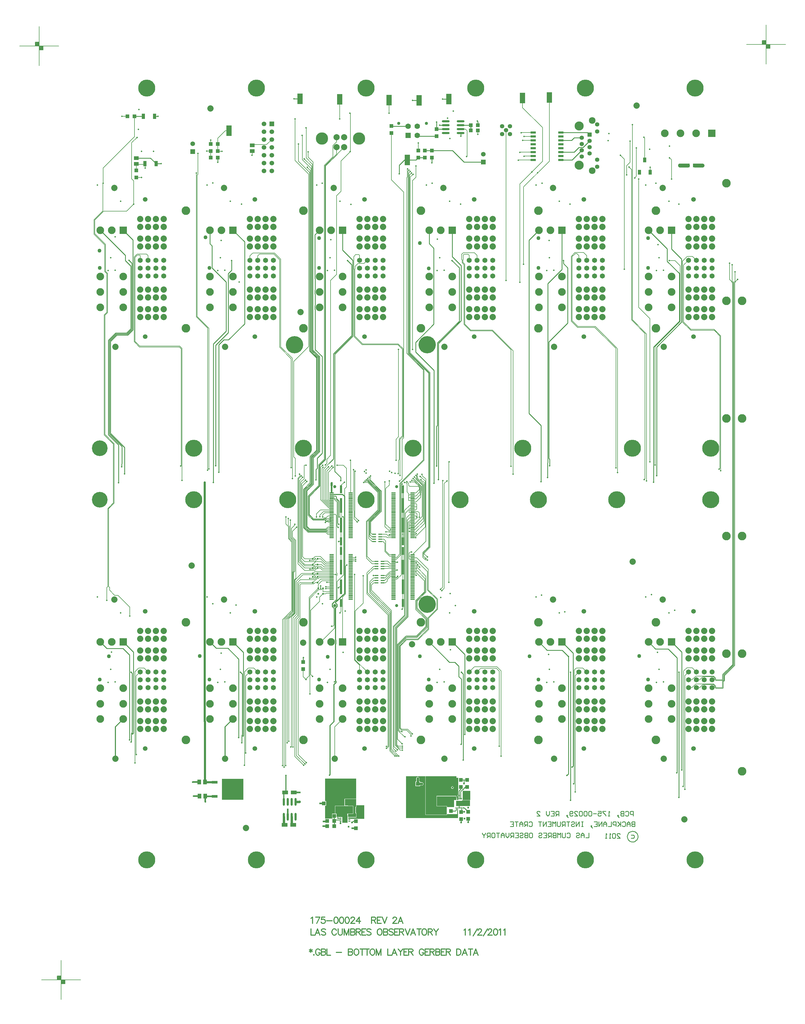
<source format=gbl>
%FSLAX23Y23*%
%MOIN*%
G70*
G01*
G75*
G04 Layer_Physical_Order=8*
G04 Layer_Color=16711680*
%ADD10R,0.035X0.037*%
%ADD11R,0.035X0.037*%
%ADD12O,0.079X0.024*%
%ADD13R,0.036X0.028*%
%ADD14R,0.036X0.036*%
%ADD15R,0.050X0.050*%
%ADD16O,0.028X0.098*%
%ADD17R,0.126X0.071*%
%ADD18R,0.050X0.050*%
%ADD19C,0.010*%
%ADD20C,0.050*%
%ADD21C,0.008*%
%ADD22C,0.005*%
%ADD23C,0.012*%
%ADD24C,0.006*%
%ADD25C,0.012*%
%ADD26C,0.012*%
%ADD27C,0.079*%
%ADD28C,0.157*%
%ADD29C,0.020*%
%ADD30C,0.039*%
%ADD31C,0.220*%
%ADD32C,0.085*%
%ADD33C,0.055*%
%ADD34C,0.116*%
%ADD35R,0.055X0.055*%
%ADD36R,0.098X0.098*%
%ADD37C,0.098*%
%ADD38C,0.059*%
%ADD39C,0.080*%
%ADD40C,0.065*%
%ADD41C,0.055*%
%ADD42R,0.098X0.098*%
%ADD43R,0.059X0.059*%
%ADD44R,0.070X0.070*%
%ADD45C,0.070*%
%ADD46C,0.040*%
%ADD47C,0.110*%
%ADD48C,0.217*%
%ADD49C,0.200*%
%ADD50C,0.026*%
%ADD51C,0.050*%
%ADD52C,0.024*%
%ADD53C,0.025*%
%ADD54C,0.040*%
%ADD55C,0.076*%
%ADD56C,0.131*%
%ADD57C,0.080*%
%ADD58C,0.206*%
%ADD59C,0.102*%
%ADD60C,0.075*%
%ADD61C,0.168*%
%ADD62C,0.091*%
%ADD63C,0.138*%
%ADD64C,0.092*%
G04:AMPARAMS|DCode=65|XSize=100mil|YSize=100mil|CornerRadius=0mil|HoleSize=0mil|Usage=FLASHONLY|Rotation=0.000|XOffset=0mil|YOffset=0mil|HoleType=Round|Shape=Relief|Width=10mil|Gap=10mil|Entries=4|*
%AMTHD65*
7,0,0,0.100,0.080,0.010,45*
%
%ADD65THD65*%
%ADD66C,0.073*%
%ADD67C,0.099*%
%ADD68C,0.075*%
%ADD69C,0.168*%
%ADD70C,0.053*%
%ADD71C,0.068*%
G04:AMPARAMS|DCode=72|XSize=70mil|YSize=70mil|CornerRadius=0mil|HoleSize=0mil|Usage=FLASHONLY|Rotation=0.000|XOffset=0mil|YOffset=0mil|HoleType=Round|Shape=Relief|Width=10mil|Gap=10mil|Entries=4|*
%AMTHD72*
7,0,0,0.070,0.050,0.010,45*
%
%ADD72THD72*%
G04:AMPARAMS|DCode=73|XSize=111.181mil|YSize=111.181mil|CornerRadius=0mil|HoleSize=0mil|Usage=FLASHONLY|Rotation=0.000|XOffset=0mil|YOffset=0mil|HoleType=Round|Shape=Relief|Width=30mil|Gap=10mil|Entries=4|*
%AMTHD73*
7,0,0,0.111,0.091,0.030,45*
%
%ADD73THD73*%
G04:AMPARAMS|DCode=74|XSize=112mil|YSize=112mil|CornerRadius=0mil|HoleSize=0mil|Usage=FLASHONLY|Rotation=0.000|XOffset=0mil|YOffset=0mil|HoleType=Round|Shape=Relief|Width=30mil|Gap=10mil|Entries=4|*
%AMTHD74*
7,0,0,0.112,0.092,0.030,45*
%
%ADD74THD74*%
G04:AMPARAMS|DCode=75|XSize=119.055mil|YSize=119.055mil|CornerRadius=0mil|HoleSize=0mil|Usage=FLASHONLY|Rotation=0.000|XOffset=0mil|YOffset=0mil|HoleType=Round|Shape=Relief|Width=30mil|Gap=10mil|Entries=4|*
%AMTHD75*
7,0,0,0.119,0.099,0.030,45*
%
%ADD75THD75*%
G04:AMPARAMS|DCode=76|XSize=100mil|YSize=100mil|CornerRadius=0mil|HoleSize=0mil|Usage=FLASHONLY|Rotation=0.000|XOffset=0mil|YOffset=0mil|HoleType=Round|Shape=Relief|Width=30mil|Gap=10mil|Entries=4|*
%AMTHD76*
7,0,0,0.100,0.080,0.030,45*
%
%ADD76THD76*%
G04:AMPARAMS|DCode=77|XSize=130mil|YSize=130mil|CornerRadius=0mil|HoleSize=0mil|Usage=FLASHONLY|Rotation=0.000|XOffset=0mil|YOffset=0mil|HoleType=Round|Shape=Relief|Width=30mil|Gap=10mil|Entries=4|*
%AMTHD77*
7,0,0,0.130,0.110,0.030,45*
%
%ADD77THD77*%
G04:AMPARAMS|DCode=78|XSize=88mil|YSize=88mil|CornerRadius=0mil|HoleSize=0mil|Usage=FLASHONLY|Rotation=0.000|XOffset=0mil|YOffset=0mil|HoleType=Round|Shape=Relief|Width=30mil|Gap=10mil|Entries=4|*
%AMTHD78*
7,0,0,0.088,0.068,0.030,45*
%
%ADD78THD78*%
G04:AMPARAMS|DCode=79|XSize=70mil|YSize=70mil|CornerRadius=0mil|HoleSize=0mil|Usage=FLASHONLY|Rotation=0.000|XOffset=0mil|YOffset=0mil|HoleType=Round|Shape=Relief|Width=30mil|Gap=10mil|Entries=4|*
%AMTHD79*
7,0,0,0.070,0.050,0.030,45*
%
%ADD79THD79*%
G04:AMPARAMS|DCode=80|XSize=96.221mil|YSize=96.221mil|CornerRadius=0mil|HoleSize=0mil|Usage=FLASHONLY|Rotation=0.000|XOffset=0mil|YOffset=0mil|HoleType=Round|Shape=Relief|Width=10mil|Gap=10mil|Entries=4|*
%AMTHD80*
7,0,0,0.096,0.076,0.010,45*
%
%ADD80THD80*%
G04:AMPARAMS|DCode=81|XSize=150.551mil|YSize=150.551mil|CornerRadius=0mil|HoleSize=0mil|Usage=FLASHONLY|Rotation=0.000|XOffset=0mil|YOffset=0mil|HoleType=Round|Shape=Relief|Width=10mil|Gap=10mil|Entries=4|*
%AMTHD81*
7,0,0,0.151,0.131,0.010,45*
%
%ADD81THD81*%
G04:AMPARAMS|DCode=82|XSize=122mil|YSize=122mil|CornerRadius=0mil|HoleSize=0mil|Usage=FLASHONLY|Rotation=0.000|XOffset=0mil|YOffset=0mil|HoleType=Round|Shape=Relief|Width=10mil|Gap=10mil|Entries=4|*
%AMTHD82*
7,0,0,0.122,0.102,0.010,45*
%
%ADD82THD82*%
G04:AMPARAMS|DCode=83|XSize=95mil|YSize=95mil|CornerRadius=0mil|HoleSize=0mil|Usage=FLASHONLY|Rotation=0.000|XOffset=0mil|YOffset=0mil|HoleType=Round|Shape=Relief|Width=10mil|Gap=10mil|Entries=4|*
%AMTHD83*
7,0,0,0.095,0.075,0.010,45*
%
%ADD83THD83*%
G04:AMPARAMS|DCode=84|XSize=112mil|YSize=112mil|CornerRadius=0mil|HoleSize=0mil|Usage=FLASHONLY|Rotation=0.000|XOffset=0mil|YOffset=0mil|HoleType=Round|Shape=Relief|Width=10mil|Gap=10mil|Entries=4|*
%AMTHD84*
7,0,0,0.112,0.092,0.010,45*
%
%ADD84THD84*%
G04:AMPARAMS|DCode=85|XSize=93.465mil|YSize=93.465mil|CornerRadius=0mil|HoleSize=0mil|Usage=FLASHONLY|Rotation=0.000|XOffset=0mil|YOffset=0mil|HoleType=Round|Shape=Relief|Width=10mil|Gap=10mil|Entries=4|*
%AMTHD85*
7,0,0,0.093,0.073,0.010,45*
%
%ADD85THD85*%
G04:AMPARAMS|DCode=86|XSize=95.433mil|YSize=95.433mil|CornerRadius=0mil|HoleSize=0mil|Usage=FLASHONLY|Rotation=0.000|XOffset=0mil|YOffset=0mil|HoleType=Round|Shape=Relief|Width=10mil|Gap=10mil|Entries=4|*
%AMTHD86*
7,0,0,0.095,0.075,0.010,45*
%
%ADD86THD86*%
G04:AMPARAMS|DCode=87|XSize=72.992mil|YSize=72.992mil|CornerRadius=0mil|HoleSize=0mil|Usage=FLASHONLY|Rotation=0.000|XOffset=0mil|YOffset=0mil|HoleType=Round|Shape=Relief|Width=10mil|Gap=10mil|Entries=4|*
%AMTHD87*
7,0,0,0.073,0.053,0.010,45*
%
%ADD87THD87*%
G04:AMPARAMS|DCode=88|XSize=88mil|YSize=88mil|CornerRadius=0mil|HoleSize=0mil|Usage=FLASHONLY|Rotation=0.000|XOffset=0mil|YOffset=0mil|HoleType=Round|Shape=Relief|Width=10mil|Gap=10mil|Entries=4|*
%AMTHD88*
7,0,0,0.088,0.068,0.010,45*
%
%ADD88THD88*%
%ADD89R,0.272X0.268*%
%ADD90R,0.075X0.037*%
%ADD91R,0.025X0.100*%
%ADD92R,0.057X0.012*%
%ADD93R,0.025X0.185*%
%ADD94R,0.020X0.020*%
%ADD95R,0.016X0.020*%
%ADD96R,0.070X0.135*%
%ADD97R,0.078X0.048*%
%ADD98R,0.063X0.075*%
%ADD99R,0.045X0.017*%
%ADD100R,0.059X0.087*%
%ADD101R,0.126X0.060*%
%ADD102O,0.027X0.010*%
%ADD103R,0.065X0.094*%
%ADD104O,0.010X0.024*%
%ADD105R,0.094X0.065*%
%ADD106R,0.039X0.059*%
%ADD107R,0.040X0.067*%
%ADD108R,0.059X0.051*%
%ADD109R,0.070X0.025*%
%ADD110O,0.098X0.028*%
%ADD111R,0.051X0.059*%
%ADD112R,0.087X0.059*%
%ADD113C,0.020*%
%ADD114C,0.030*%
G36*
X32713Y18775D02*
X32703D01*
Y18692D01*
X32713D01*
Y18644D01*
X32615D01*
X32611Y18648D01*
Y18686D01*
X32673D01*
X32676Y18687D01*
X32677Y18690D01*
Y18784D01*
X32676Y18787D01*
X32673Y18788D01*
X32611D01*
X32608Y18791D01*
X32568D01*
Y18876D01*
X32713D01*
Y18775D01*
D02*
G37*
G36*
X32673Y18690D02*
X32601D01*
Y18645D01*
X32540D01*
X32539Y18646D01*
X32463D01*
Y18688D01*
X32446D01*
Y18783D01*
X32447Y18784D01*
X32673D01*
Y18690D01*
D02*
G37*
G36*
X32816Y18622D02*
X32815Y18622D01*
Y18622D01*
X32815Y18622D01*
X32613D01*
Y18636D01*
Y18638D01*
X32616Y18639D01*
X32616D01*
Y18639D01*
D01*
X32633D01*
X32634Y18640D01*
X32713D01*
X32716Y18641D01*
X32717Y18644D01*
Y18692D01*
X32716Y18696D01*
X32713Y18697D01*
X32708D01*
Y18771D01*
X32713D01*
X32716Y18772D01*
X32717Y18775D01*
Y18795D01*
X32816D01*
Y18622D01*
D02*
G37*
G36*
X32713Y19134D02*
X32713D01*
X32713Y19134D01*
Y18880D01*
X32568D01*
X32565Y18879D01*
X32564Y18876D01*
Y18791D01*
X32562Y18788D01*
X32447D01*
X32445Y18788D01*
X32444Y18787D01*
X32443Y18786D01*
X32443Y18786D01*
X32443Y18786D01*
X32442Y18785D01*
X32442Y18783D01*
X32442Y18783D01*
X32442Y18783D01*
Y18688D01*
X32405D01*
Y18630D01*
X32425D01*
Y18625D01*
X32320D01*
X32316Y18630D01*
Y18790D01*
X32328D01*
Y18848D01*
X32316D01*
Y19136D01*
X32712D01*
X32713Y19134D01*
D02*
G37*
G36*
X33595Y18683D02*
Y18676D01*
X33597Y18673D01*
X33600Y18672D01*
X33869D01*
X33872Y18673D01*
X33873Y18676D01*
Y18683D01*
X34002D01*
Y18768D01*
X34014D01*
Y18633D01*
X33350D01*
Y18666D01*
Y19166D01*
X33595D01*
Y18683D01*
D02*
G37*
G36*
X33989Y18893D02*
X33990Y18892D01*
X33990Y18892D01*
X33990Y18891D01*
X33991Y18890D01*
X33991Y18890D01*
X33991Y18889D01*
X33994Y18888D01*
X33994Y18887D01*
Y18863D01*
X33962D01*
Y18773D01*
X33873D01*
Y18781D01*
X33872Y18784D01*
X33869Y18785D01*
X33744D01*
Y18908D01*
X33989D01*
Y18893D01*
D02*
G37*
G36*
X33994Y19146D02*
X34015D01*
Y18929D01*
X34014Y18929D01*
X34011Y18924D01*
X34009Y18917D01*
X34011Y18911D01*
X34014Y18906D01*
X34015Y18905D01*
Y18864D01*
X34013Y18863D01*
Y18863D01*
X34013Y18863D01*
X34004D01*
X33999Y18867D01*
X33999Y18867D01*
X33999Y18871D01*
Y18884D01*
X33999Y18888D01*
X33997Y18891D01*
X33994Y18893D01*
Y18916D01*
X33991Y18914D01*
X33986D01*
X33984Y18916D01*
X33739D01*
Y18781D01*
X33869D01*
Y18676D01*
X33600D01*
Y19166D01*
X33994D01*
Y19146D01*
D02*
G37*
G36*
X34169Y18863D02*
X34074D01*
Y18978D01*
X34169D01*
Y18863D01*
D02*
G37*
G36*
X34074Y18859D02*
X34167D01*
Y18785D01*
X34067D01*
Y18857D01*
X34071Y18860D01*
X34074Y18859D01*
D02*
G37*
%LPC*%
G36*
X33499Y19158D02*
X33491Y19156D01*
X33485Y19152D01*
X33481Y19146D01*
X33479Y19138D01*
Y19097D01*
X33470D01*
Y19039D01*
X33528D01*
Y19049D01*
X33554D01*
X33561Y19050D01*
X33567Y19055D01*
X33572Y19061D01*
X33573Y19068D01*
X33572Y19076D01*
X33567Y19082D01*
X33561Y19086D01*
X33554Y19088D01*
X33528D01*
Y19097D01*
X33518D01*
Y19138D01*
X33517Y19146D01*
X33513Y19152D01*
X33506Y19156D01*
X33499Y19158D01*
D02*
G37*
G36*
X33942Y19038D02*
X33936Y19036D01*
X33930Y19033D01*
X33927Y19028D01*
X33925Y19021D01*
X33927Y19015D01*
X33930Y19010D01*
X33936Y19006D01*
X33942Y19005D01*
X33948Y19006D01*
X33953Y19010D01*
X33957Y19015D01*
X33958Y19021D01*
X33957Y19028D01*
X33953Y19033D01*
X33948Y19036D01*
X33942Y19038D01*
D02*
G37*
%LPD*%
D15*
X33164Y27458D02*
D03*
Y27368D02*
D03*
X33738Y27420D02*
D03*
Y27330D02*
D03*
X33590Y27144D02*
D03*
Y27054D02*
D03*
X33680D02*
D03*
Y27144D02*
D03*
X33505Y27054D02*
D03*
Y27144D02*
D03*
X32708Y18501D02*
D03*
Y18591D02*
D03*
X34134Y18828D02*
D03*
Y18918D02*
D03*
X34144Y18623D02*
D03*
Y18713D02*
D03*
X34054Y18708D02*
D03*
Y18618D02*
D03*
X34129Y19118D02*
D03*
Y19028D02*
D03*
X34049Y19118D02*
D03*
Y19028D02*
D03*
X29907Y26893D02*
D03*
Y26803D02*
D03*
X32037Y20533D02*
D03*
Y20623D02*
D03*
D16*
X31790Y18840D02*
D03*
X31840D02*
D03*
X31890D02*
D03*
X31940D02*
D03*
X31790Y18647D02*
D03*
X31840D02*
D03*
X31890D02*
D03*
X31940D02*
D03*
D18*
X34176Y27403D02*
D03*
X34266D02*
D03*
X34267Y27468D02*
D03*
X34177D02*
D03*
X30856Y27140D02*
D03*
X30946D02*
D03*
Y27055D02*
D03*
X30856D02*
D03*
X30946Y27230D02*
D03*
X30856D02*
D03*
X32344Y18594D02*
D03*
X32434D02*
D03*
X32299Y18819D02*
D03*
X32389D02*
D03*
X32434Y18659D02*
D03*
X32344D02*
D03*
X32434Y18529D02*
D03*
X32344D02*
D03*
X33499Y19068D02*
D03*
X33409D02*
D03*
X33834Y18723D02*
D03*
X33924D02*
D03*
X29883Y27582D02*
D03*
X29793D02*
D03*
X37037Y26956D02*
D03*
X36947D02*
D03*
D19*
X36309Y18396D02*
X36308Y18406D01*
X36306Y18416D01*
X36302Y18425D01*
X36298Y18433D01*
X36292Y18441D01*
X36284Y18448D01*
X36276Y18454D01*
X36268Y18458D01*
X36258Y18462D01*
X36248Y18463D01*
X36239Y18464D01*
X36229Y18463D01*
X36219Y18460D01*
X36210Y18456D01*
X36201Y18451D01*
X36194Y18445D01*
X36187Y18437D01*
X36182Y18429D01*
X36178Y18420D01*
X36175Y18411D01*
X36173Y18401D01*
Y18391D01*
X36175Y18381D01*
X36178Y18372D01*
X36182Y18363D01*
X36187Y18355D01*
X36194Y18347D01*
X36201Y18341D01*
X36210Y18336D01*
X36219Y18332D01*
X36229Y18329D01*
X36239Y18328D01*
X36248Y18329D01*
X36258Y18330D01*
X36268Y18334D01*
X36276Y18338D01*
X36284Y18344D01*
X36292Y18351D01*
X36298Y18359D01*
X36302Y18367D01*
X36306Y18376D01*
X36308Y18386D01*
X36309Y18396D01*
X32037Y20678D02*
X32038Y20679D01*
X32037Y20623D02*
Y20678D01*
X30945Y26995D02*
X30946Y26996D01*
Y27055D01*
X32492Y22477D02*
X32497Y22471D01*
X35072Y22921D02*
Y23640D01*
X33705Y22905D02*
Y22939D01*
X35183Y23124D02*
Y23210D01*
X35174Y23219D02*
X35183Y23210D01*
X30919Y23125D02*
Y24661D01*
X30919Y23125D02*
X30919Y23125D01*
X29718Y23147D02*
X29722Y23151D01*
X29718Y23113D02*
Y23147D01*
X32198Y22946D02*
Y23076D01*
X29722Y23151D02*
Y23372D01*
X31919Y27806D02*
X31996D01*
X33815Y27801D02*
X33897D01*
X33433Y27784D02*
X33515D01*
X36807Y19210D02*
X36811Y19214D01*
Y20674D01*
X36695Y20790D02*
X36811Y20674D01*
X36532Y20790D02*
X36695D01*
X36445Y20878D02*
X36532Y20790D01*
X36834Y18895D02*
Y20492D01*
X36868Y19245D02*
X36869Y19246D01*
Y20749D01*
X36740Y20878D02*
X36869Y20749D01*
X35424Y19195D02*
Y20692D01*
X35343Y20773D02*
X35424Y20692D01*
X35404Y19175D02*
X35424Y19195D01*
X35423Y20691D02*
X35424Y20692D01*
X35149Y20773D02*
X35343D01*
X35045Y20878D02*
X35149Y20773D01*
X35448Y18858D02*
X35449Y18859D01*
Y19473D01*
X35451Y19475D01*
Y20491D01*
X35468Y19281D02*
X35483Y19296D01*
Y20735D01*
X35340Y20878D02*
X35483Y20735D01*
X34054Y19572D02*
X34055Y19573D01*
Y20404D01*
X34024Y20435D02*
X34055Y20404D01*
X34024Y20435D02*
Y20569D01*
X33973Y20620D02*
X34024Y20569D01*
X33902Y20620D02*
X33973D01*
X33645Y20878D02*
X33902Y20620D01*
X34080Y19372D02*
Y19705D01*
X34081Y19706D01*
Y20467D01*
X34056Y20492D02*
X34081Y20467D01*
X34099Y19697D02*
X34100Y19698D01*
Y20718D01*
X33940Y20878D02*
X34100Y20718D01*
X31212Y19657D02*
X31213Y19658D01*
Y20660D01*
X31076Y20797D02*
X31213Y20660D01*
X30925Y20797D02*
X31076D01*
X30845Y20878D02*
X30925Y20797D01*
X31252Y19592D02*
Y19688D01*
X31258Y19694D01*
Y20468D01*
X31235Y20491D02*
X31258Y20468D01*
X31271Y19680D02*
X31272Y19681D01*
Y20746D01*
X31140Y20878D02*
X31272Y20746D01*
X29820Y19630D02*
X29821Y19629D01*
X29820Y19630D02*
Y20711D01*
X29737Y20794D02*
X29820Y20711D01*
X29528Y20794D02*
X29737D01*
X29445Y20878D02*
X29528Y20794D01*
X29841Y19602D02*
X29842Y19603D01*
Y19713D01*
X29852Y19723D01*
Y20480D01*
X29840Y20492D02*
X29852Y20480D01*
X29861Y19705D02*
X29870Y19714D01*
Y20748D01*
X29740Y20878D02*
X29870Y20748D01*
X29678Y22907D02*
X29679Y22908D01*
X29549Y24724D02*
X29644Y24819D01*
X29783D01*
X29836Y24872D01*
Y25672D01*
X29767Y25741D02*
X29836Y25672D01*
X29767Y25741D02*
Y25807D01*
X29445Y26129D02*
X29767Y25807D01*
X29563Y24718D02*
X29650Y24805D01*
X29789D01*
X29850Y24866D01*
Y25707D01*
X29813Y25744D02*
X29850Y25707D01*
X29757Y23023D02*
Y23358D01*
X29577Y23538D02*
X29757Y23358D01*
X29577Y23538D02*
Y24712D01*
X29656Y24791D01*
X29795D01*
X29864Y24860D01*
Y26005D01*
X29740Y26129D02*
X29864Y26005D01*
X30888Y22912D02*
Y24677D01*
X31053Y24842D01*
Y25470D01*
X30874Y25649D02*
X31053Y25470D01*
X30874Y25649D02*
Y25928D01*
X30845Y25957D02*
X30874Y25928D01*
X30845Y25957D02*
Y26129D01*
X30919Y24661D02*
X31079Y24821D01*
Y25575D01*
X31122Y25618D01*
Y25741D01*
X30961Y23042D02*
Y24670D01*
X31023Y24732D01*
X31084D01*
X31288Y24936D01*
Y25981D01*
X31140Y26129D02*
X31288Y25981D01*
X32370Y23157D02*
X32424Y23211D01*
Y24553D01*
X32655Y24784D01*
Y25690D01*
X32602Y25743D02*
X32655Y25690D01*
X32515Y22934D02*
Y22978D01*
X32440Y23053D02*
X32515Y22978D01*
X32440Y23053D02*
Y23172D01*
X32438Y23174D02*
X32440Y23172D01*
X32438Y23174D02*
Y24547D01*
X32669Y24778D01*
Y25746D01*
X32540Y25875D02*
X32669Y25746D01*
X32540Y25875D02*
Y26129D01*
X33645Y25957D02*
X33703Y25899D01*
X33645Y25957D02*
Y26129D01*
X33739Y23123D02*
Y23627D01*
X33749Y23637D01*
Y24691D01*
X34028Y24970D01*
Y25651D01*
X33937Y25742D02*
X34028Y25651D01*
X33763Y22950D02*
Y24685D01*
X34054Y24976D01*
Y25679D01*
X33940Y25793D02*
X34054Y25679D01*
X33940Y25793D02*
Y26129D01*
X34919Y23793D02*
X35072Y23640D01*
X34919Y23793D02*
Y26003D01*
X35045Y26129D01*
X35155Y22974D02*
Y23161D01*
X35160Y23166D01*
Y25449D01*
X35340Y25629D01*
Y26129D01*
X35174Y23219D02*
Y24705D01*
X35414Y24945D01*
Y25650D01*
X35359Y25705D02*
X35414Y25650D01*
X35359Y25705D02*
Y25743D01*
X36508Y22914D02*
Y24638D01*
X36839Y24969D01*
Y25578D01*
X36683Y25733D02*
X36839Y25578D01*
X36549Y23000D02*
Y24640D01*
X36866Y24957D01*
Y25762D01*
X36740Y25888D02*
X36866Y25762D01*
X36740Y25888D02*
Y26129D01*
X32451Y22740D02*
X32458Y22733D01*
X32399Y22740D02*
X32451D01*
X29883Y27582D02*
X29884Y27581D01*
X29996D01*
X33590Y27144D02*
X33591Y27145D01*
X33680Y26989D02*
Y27054D01*
X35470Y27024D02*
X35593Y27147D01*
X35327Y27024D02*
X35470D01*
X35610Y27184D02*
X35693Y27267D01*
X35556Y27184D02*
X35610D01*
X35497Y27124D02*
X35556Y27184D01*
X35327Y27124D02*
X35497D01*
X35495Y27307D02*
X35593D01*
X35462Y27274D02*
X35495Y27307D01*
X35327Y27274D02*
X35462D01*
X35666Y27374D02*
X35693Y27347D01*
X35327Y27374D02*
X35666D01*
X32709Y18609D02*
X32709Y18609D01*
X32513Y18566D02*
X32513Y18566D01*
X32481Y18631D02*
X32483Y18629D01*
X32449Y18609D02*
X32513D01*
X32483Y18629D02*
X32513D01*
X32660Y18576D02*
X32675Y18591D01*
X32513Y18566D02*
Y18589D01*
X32434Y18594D02*
Y18659D01*
Y18529D02*
Y18594D01*
X32675Y18591D02*
X32708D01*
X32434Y18594D02*
X32449Y18609D01*
X33979Y18723D02*
X33990Y18735D01*
X33944Y18723D02*
X33979D01*
X34057Y18711D02*
X34061Y18716D01*
X34026Y18812D02*
X34035Y18820D01*
X34043Y18878D02*
X34047Y18881D01*
X34071Y18994D02*
X34078D01*
X34047Y18970D02*
X34071Y18994D01*
X34105Y19028D02*
X34129D01*
X34049Y19118D02*
X34090D01*
X34057Y18711D02*
X34093D01*
X34090Y19118D02*
X34129D01*
X34054Y18575D02*
Y18618D01*
X34144Y18579D02*
Y18623D01*
X33990Y18735D02*
Y18763D01*
X34026D02*
Y18812D01*
Y18917D02*
X34026Y18917D01*
X34078Y18994D02*
X34083Y19000D01*
Y19006D01*
X34026Y18978D02*
X34049Y19001D01*
Y19028D01*
X34026Y18917D02*
Y18978D01*
Y18878D02*
Y18917D01*
X34047Y18881D02*
Y18970D01*
X34090Y19071D02*
Y19118D01*
X34083Y19006D02*
X34105Y19028D01*
X34079Y18763D02*
X34094D01*
X34061Y18716D02*
Y18763D01*
X34094D02*
X34144Y18713D01*
X33472Y24575D02*
Y24700D01*
X33703Y24931D01*
Y25899D01*
X33705Y22939D02*
X33706Y22940D01*
Y24341D01*
X33472Y24575D02*
X33706Y24341D01*
X32278Y23284D02*
Y24517D01*
X32187Y25121D02*
X32191Y25116D01*
X32187Y25121D02*
Y25169D01*
X32191Y25173D01*
X32187Y25514D02*
X32191Y25510D01*
Y25173D02*
Y25313D01*
X32187Y25317D02*
X32191Y25313D01*
X32187Y25317D02*
Y25366D01*
X32191Y25370D01*
Y25510D01*
X32187Y25514D02*
Y26071D01*
X32245Y26129D01*
X32191Y24604D02*
X32278Y24517D01*
X32191Y24604D02*
Y25116D01*
X32216Y23094D02*
Y23222D01*
X32278Y23284D01*
X32198Y23076D02*
X32216Y23094D01*
X33189Y21795D02*
X33234D01*
X33234Y21795D01*
X33189Y21894D02*
X33238D01*
X33238Y21894D01*
X33138Y22248D02*
X33189D01*
X33136Y22246D02*
X33138Y22248D01*
X33311Y22253D02*
Y22369D01*
Y22619D01*
Y22826D01*
Y22162D02*
Y22253D01*
Y22253D02*
X33311Y22253D01*
X29563Y23531D02*
Y24718D01*
Y23531D02*
X29722Y23372D01*
X29549Y23523D02*
Y24724D01*
Y23523D02*
X29679Y23393D01*
Y22908D02*
Y23393D01*
X29907Y27050D02*
X30085D01*
X30158Y26977D01*
X30221D01*
X30223Y26979D01*
X30138Y27581D02*
X30183D01*
X30184Y27582D01*
X32458Y22710D02*
Y22733D01*
Y22710D02*
X32492Y22676D01*
Y22477D02*
Y22676D01*
X33591Y27145D02*
X33943D01*
X34088Y27000D01*
X34337D01*
X34176Y27403D02*
Y27467D01*
X34048D02*
X34176D01*
X34047Y27468D02*
X34048Y27467D01*
X33782Y27468D02*
X33855D01*
X33781Y27469D02*
X33782Y27468D01*
X33740Y27418D02*
X33855D01*
X33738Y27420D02*
X33740Y27418D01*
X33738Y27420D02*
Y27510D01*
X34260Y27523D02*
X34267Y27516D01*
Y27468D02*
Y27516D01*
X33493Y27337D02*
X33500Y27330D01*
X33164Y27458D02*
X33167Y27455D01*
X34050Y27329D02*
Y27365D01*
X34047Y27368D02*
X34050Y27365D01*
X33167Y27455D02*
X33375D01*
X33328Y27024D02*
X33365D01*
X33263Y26850D02*
Y26959D01*
X33328Y27024D01*
X33475D02*
X33505Y27054D01*
X33500Y27330D02*
X33738D01*
X33365Y27024D02*
X33475D01*
X33505Y27054D02*
X33590D01*
X36683Y25733D02*
Y25891D01*
X36445Y26129D02*
X36683Y25891D01*
X33189Y21697D02*
X33226D01*
X33244Y21715D01*
X36251Y18659D02*
Y18719D01*
X36221D01*
X36211Y18709D01*
Y18689D01*
X36221Y18679D01*
X36251D01*
X36151Y18709D02*
X36161Y18719D01*
X36181D01*
X36191Y18709D01*
Y18669D01*
X36181Y18659D01*
X36161D01*
X36151Y18669D01*
X36131Y18719D02*
Y18659D01*
X36101D01*
X36091Y18669D01*
Y18679D01*
X36101Y18689D01*
X36131D01*
X36101D01*
X36091Y18699D01*
Y18709D01*
X36101Y18719D01*
X36131D01*
X36061Y18649D02*
X36051Y18659D01*
Y18669D01*
X36061D01*
Y18659D01*
X36051D01*
X36061Y18649D01*
X36071Y18639D01*
X35951Y18659D02*
X35931D01*
X35941D01*
Y18719D01*
X35951Y18709D01*
X35901Y18719D02*
X35861D01*
Y18709D01*
X35901Y18669D01*
Y18659D01*
X35801Y18719D02*
X35841D01*
Y18689D01*
X35821Y18699D01*
X35811D01*
X35801Y18689D01*
Y18669D01*
X35811Y18659D01*
X35831D01*
X35841Y18669D01*
X35781Y18689D02*
X35741D01*
X35721Y18709D02*
X35711Y18719D01*
X35691D01*
X35681Y18709D01*
Y18669D01*
X35691Y18659D01*
X35711D01*
X35721Y18669D01*
Y18709D01*
X35661D02*
X35651Y18719D01*
X35631D01*
X35621Y18709D01*
Y18669D01*
X35631Y18659D01*
X35651D01*
X35661Y18669D01*
Y18709D01*
X35601D02*
X35591Y18719D01*
X35571D01*
X35561Y18709D01*
Y18669D01*
X35571Y18659D01*
X35591D01*
X35601Y18669D01*
Y18709D01*
X35501Y18659D02*
X35541D01*
X35501Y18699D01*
Y18709D01*
X35511Y18719D01*
X35531D01*
X35541Y18709D01*
X35481Y18669D02*
X35471Y18659D01*
X35451D01*
X35441Y18669D01*
Y18709D01*
X35451Y18719D01*
X35471D01*
X35481Y18709D01*
Y18699D01*
X35471Y18689D01*
X35441D01*
X35411Y18649D02*
X35401Y18659D01*
Y18669D01*
X35411D01*
Y18659D01*
X35401D01*
X35411Y18649D01*
X35421Y18639D01*
X35301Y18659D02*
Y18719D01*
X35271D01*
X35261Y18709D01*
Y18689D01*
X35271Y18679D01*
X35301D01*
X35281D02*
X35261Y18659D01*
X35201Y18719D02*
X35241D01*
Y18659D01*
X35201D01*
X35241Y18689D02*
X35221D01*
X35181Y18719D02*
Y18679D01*
X35161Y18659D01*
X35141Y18679D01*
Y18719D01*
X35021Y18659D02*
X35061D01*
X35021Y18699D01*
Y18709D01*
X35031Y18719D01*
X35051D01*
X35061Y18709D01*
X36268Y18586D02*
Y18526D01*
X36238D01*
X36228Y18536D01*
Y18546D01*
X36238Y18556D01*
X36268D01*
X36238D01*
X36228Y18566D01*
Y18576D01*
X36238Y18586D01*
X36268D01*
X36208Y18526D02*
Y18566D01*
X36188Y18586D01*
X36168Y18566D01*
Y18526D01*
Y18556D01*
X36208D01*
X36108Y18576D02*
X36118Y18586D01*
X36138D01*
X36148Y18576D01*
Y18536D01*
X36138Y18526D01*
X36118D01*
X36108Y18536D01*
X36088Y18586D02*
Y18526D01*
Y18546D01*
X36048Y18586D01*
X36078Y18556D01*
X36048Y18526D01*
X36028D02*
Y18586D01*
X35998D01*
X35988Y18576D01*
Y18556D01*
X35998Y18546D01*
X36028D01*
X35968Y18586D02*
Y18526D01*
X35928D01*
X35908D02*
Y18566D01*
X35888Y18586D01*
X35868Y18566D01*
Y18526D01*
Y18556D01*
X35908D01*
X35848Y18526D02*
Y18586D01*
X35808Y18526D01*
Y18586D01*
X35748D02*
X35788D01*
Y18526D01*
X35748D01*
X35788Y18556D02*
X35768D01*
X35718Y18516D02*
X35708Y18526D01*
Y18536D01*
X35718D01*
Y18526D01*
X35708D01*
X35718Y18516D01*
X35728Y18506D01*
X35608Y18586D02*
X35588D01*
X35598D01*
Y18526D01*
X35608D01*
X35588D01*
X35558D02*
Y18586D01*
X35518Y18526D01*
Y18586D01*
X35458Y18576D02*
X35468Y18586D01*
X35488D01*
X35498Y18576D01*
Y18566D01*
X35488Y18556D01*
X35468D01*
X35458Y18546D01*
Y18536D01*
X35468Y18526D01*
X35488D01*
X35498Y18536D01*
X35438Y18586D02*
X35398D01*
X35418D01*
Y18526D01*
X35378D02*
Y18586D01*
X35348D01*
X35338Y18576D01*
Y18556D01*
X35348Y18546D01*
X35378D01*
X35358D02*
X35338Y18526D01*
X35318Y18586D02*
Y18536D01*
X35308Y18526D01*
X35288D01*
X35278Y18536D01*
Y18586D01*
X35258Y18526D02*
Y18586D01*
X35238Y18566D01*
X35218Y18586D01*
Y18526D01*
X35158Y18586D02*
X35198D01*
Y18526D01*
X35158D01*
X35198Y18556D02*
X35178D01*
X35138Y18526D02*
Y18586D01*
X35098Y18526D01*
Y18586D01*
X35078D02*
X35038D01*
X35058D01*
Y18526D01*
X34918Y18576D02*
X34928Y18586D01*
X34948D01*
X34958Y18576D01*
Y18536D01*
X34948Y18526D01*
X34928D01*
X34918Y18536D01*
X34898Y18526D02*
Y18586D01*
X34868D01*
X34858Y18576D01*
Y18556D01*
X34868Y18546D01*
X34898D01*
X34878D02*
X34858Y18526D01*
X34838D02*
Y18566D01*
X34818Y18586D01*
X34798Y18566D01*
Y18526D01*
Y18556D01*
X34838D01*
X34778Y18586D02*
X34738D01*
X34758D01*
Y18526D01*
X34679Y18586D02*
X34719D01*
Y18526D01*
X34679D01*
X34719Y18556D02*
X34699D01*
X36223Y18416D02*
X36253D01*
X36263Y18406D01*
Y18386D01*
X36253Y18376D01*
X36223D01*
X36043D02*
X36083D01*
X36043Y18416D01*
Y18426D01*
X36053Y18436D01*
X36073D01*
X36083Y18426D01*
X36023D02*
X36013Y18436D01*
X35993D01*
X35983Y18426D01*
Y18386D01*
X35993Y18376D01*
X36013D01*
X36023Y18386D01*
Y18426D01*
X35963Y18376D02*
X35943D01*
X35953D01*
Y18436D01*
X35963Y18426D01*
X35913Y18376D02*
X35893D01*
X35903D01*
Y18436D01*
X35913Y18426D01*
X35683Y18441D02*
Y18381D01*
X35643D01*
X35623D02*
Y18421D01*
X35603Y18441D01*
X35583Y18421D01*
Y18381D01*
Y18411D01*
X35623D01*
X35523Y18431D02*
X35533Y18441D01*
X35553D01*
X35563Y18431D01*
Y18421D01*
X35553Y18411D01*
X35533D01*
X35523Y18401D01*
Y18391D01*
X35533Y18381D01*
X35553D01*
X35563Y18391D01*
X35403Y18431D02*
X35413Y18441D01*
X35433D01*
X35443Y18431D01*
Y18391D01*
X35433Y18381D01*
X35413D01*
X35403Y18391D01*
X35383Y18441D02*
Y18391D01*
X35373Y18381D01*
X35353D01*
X35343Y18391D01*
Y18441D01*
X35323Y18381D02*
Y18441D01*
X35303Y18421D01*
X35283Y18441D01*
Y18381D01*
X35263Y18441D02*
Y18381D01*
X35233D01*
X35223Y18391D01*
Y18401D01*
X35233Y18411D01*
X35263D01*
X35233D01*
X35223Y18421D01*
Y18431D01*
X35233Y18441D01*
X35263D01*
X35203Y18381D02*
Y18441D01*
X35173D01*
X35163Y18431D01*
Y18411D01*
X35173Y18401D01*
X35203D01*
X35183D02*
X35163Y18381D01*
X35103Y18441D02*
X35143D01*
Y18381D01*
X35103D01*
X35143Y18411D02*
X35123D01*
X35043Y18431D02*
X35053Y18441D01*
X35073D01*
X35083Y18431D01*
Y18421D01*
X35073Y18411D01*
X35053D01*
X35043Y18401D01*
Y18391D01*
X35053Y18381D01*
X35073D01*
X35083Y18391D01*
X34933Y18441D02*
X34953D01*
X34963Y18431D01*
Y18391D01*
X34953Y18381D01*
X34933D01*
X34923Y18391D01*
Y18431D01*
X34933Y18441D01*
X34903D02*
Y18381D01*
X34873D01*
X34863Y18391D01*
Y18401D01*
X34873Y18411D01*
X34903D01*
X34873D01*
X34863Y18421D01*
Y18431D01*
X34873Y18441D01*
X34903D01*
X34803Y18431D02*
X34813Y18441D01*
X34833D01*
X34843Y18431D01*
Y18421D01*
X34833Y18411D01*
X34813D01*
X34803Y18401D01*
Y18391D01*
X34813Y18381D01*
X34833D01*
X34843Y18391D01*
X34743Y18441D02*
X34783D01*
Y18381D01*
X34743D01*
X34783Y18411D02*
X34763D01*
X34723Y18381D02*
Y18441D01*
X34693D01*
X34683Y18431D01*
Y18411D01*
X34693Y18401D01*
X34723D01*
X34703D02*
X34683Y18381D01*
X34663Y18441D02*
Y18401D01*
X34643Y18381D01*
X34623Y18401D01*
Y18441D01*
X34603Y18381D02*
Y18421D01*
X34583Y18441D01*
X34563Y18421D01*
Y18381D01*
Y18411D01*
X34603D01*
X34543Y18441D02*
X34503D01*
X34523D01*
Y18381D01*
X34453Y18441D02*
X34473D01*
X34483Y18431D01*
Y18391D01*
X34473Y18381D01*
X34453D01*
X34443Y18391D01*
Y18431D01*
X34453Y18441D01*
X34423Y18381D02*
Y18441D01*
X34393D01*
X34383Y18431D01*
Y18411D01*
X34393Y18401D01*
X34423D01*
X34403D02*
X34383Y18381D01*
X34363Y18441D02*
Y18431D01*
X34343Y18411D01*
X34323Y18431D01*
Y18441D01*
X34343Y18411D02*
Y18381D01*
D20*
X36847Y26956D02*
X36947D01*
X37037D02*
X37132D01*
D21*
X30856Y27279D02*
X30857Y27280D01*
X30856Y27230D02*
Y27279D01*
X30627Y27232D02*
X30629Y27230D01*
X33506Y27232D02*
Y27243D01*
X33505Y27231D02*
X33506Y27232D01*
X33505Y27144D02*
Y27231D01*
X33474Y22484D02*
X33488Y22470D01*
X33433Y22484D02*
X33474D01*
X33124Y22228D02*
X33189D01*
X33102Y22251D02*
X33124Y22228D01*
X33021Y22251D02*
X33102D01*
X33111Y22209D02*
X33189D01*
X33100Y22220D02*
X33111Y22209D01*
X33021Y22220D02*
X33100D01*
X33136Y21992D02*
X33189D01*
X33091Y22037D02*
X33136Y21992D01*
X33091Y22037D02*
Y22166D01*
X33069Y22188D02*
X33091Y22166D01*
X33021Y22188D02*
X33069D01*
X33139Y21972D02*
X33189D01*
X33079Y22032D02*
X33139Y21972D01*
X33079Y22032D02*
Y22136D01*
X33057Y22158D02*
X33079Y22136D01*
X33022Y22158D02*
X33057D01*
X33021Y22157D02*
X33022Y22158D01*
X33149Y21874D02*
X33189D01*
X33115Y21908D02*
X33149Y21874D01*
X33052Y21908D02*
X33115D01*
X33051Y21906D02*
X33052Y21908D01*
X33137Y21854D02*
X33189D01*
X33117Y21875D02*
X33137Y21854D01*
X33051Y21875D02*
X33117D01*
X33131Y21835D02*
X33189D01*
X33123Y21843D02*
X33131Y21835D01*
X33051Y21843D02*
X33123D01*
X33054Y21815D02*
X33189D01*
X33051Y21812D02*
X33054Y21815D01*
X33146Y21775D02*
X33189D01*
X33097Y21726D02*
X33146Y21775D01*
X33051Y21726D02*
X33097D01*
X33145Y21756D02*
X33189D01*
X33084Y21695D02*
X33145Y21756D01*
X33051Y21695D02*
X33084D01*
X33151Y21736D02*
X33189D01*
X33077Y21663D02*
X33151Y21736D01*
X33051Y21663D02*
X33077D01*
X33154Y21716D02*
X33189D01*
X33108Y21671D02*
X33154Y21716D01*
X33108Y21653D02*
Y21671D01*
X33087Y21632D02*
X33108Y21653D01*
X33051Y21632D02*
X33087D01*
X34266Y27354D02*
Y27403D01*
X34265Y27353D02*
X34266Y27354D01*
X36385Y27315D02*
X36397Y27303D01*
Y27024D02*
Y27303D01*
X36466Y26870D02*
Y26932D01*
X36465Y26933D02*
X36466Y26932D01*
X28695Y16570D02*
X29195D01*
X28945Y16320D02*
Y16820D01*
X28995Y16520D02*
Y16570D01*
X28945Y16520D02*
X28995D01*
X28895Y16570D02*
Y16620D01*
X28945D01*
X28900Y16575D02*
X28940D01*
X28900D02*
Y16615D01*
X28940D01*
Y16575D02*
Y16615D01*
X28905Y16580D02*
X28935D01*
X28905D02*
Y16610D01*
X28935D01*
Y16585D02*
Y16610D01*
X28910Y16585D02*
X28930D01*
X28910D02*
Y16605D01*
X28930D01*
Y16590D02*
Y16605D01*
X28915Y16590D02*
X28925D01*
X28915D02*
Y16600D01*
X28925D01*
Y16590D02*
Y16600D01*
X28915Y16595D02*
X28925D01*
X28950Y16525D02*
X28990D01*
X28950D02*
Y16565D01*
X28990D01*
Y16525D02*
Y16565D01*
X28955Y16530D02*
X28985D01*
X28955D02*
Y16560D01*
X28985D01*
Y16535D02*
Y16560D01*
X28960Y16535D02*
X28980D01*
X28960D02*
Y16555D01*
X28980D01*
Y16540D02*
Y16555D01*
X28965Y16540D02*
X28975D01*
X28965D02*
Y16550D01*
X28975D01*
Y16540D02*
Y16550D01*
X28965Y16545D02*
X28975D01*
X28415Y28480D02*
X28915D01*
X28665Y28230D02*
Y28730D01*
X28715Y28430D02*
Y28480D01*
X28665Y28430D02*
X28715D01*
X28615Y28480D02*
Y28530D01*
X28665D01*
X28620Y28485D02*
X28660D01*
X28620D02*
Y28525D01*
X28660D01*
Y28485D02*
Y28525D01*
X28625Y28490D02*
X28655D01*
X28625D02*
Y28520D01*
X28655D01*
Y28495D02*
Y28520D01*
X28630Y28495D02*
X28650D01*
X28630D02*
Y28515D01*
X28650D01*
Y28500D02*
Y28515D01*
X28635Y28500D02*
X28645D01*
X28635D02*
Y28510D01*
X28645D01*
Y28500D02*
Y28510D01*
X28635Y28505D02*
X28645D01*
X28670Y28435D02*
X28710D01*
X28670D02*
Y28475D01*
X28710D01*
Y28435D02*
Y28475D01*
X28675Y28440D02*
X28705D01*
X28675D02*
Y28470D01*
X28705D01*
Y28445D02*
Y28470D01*
X28680Y28445D02*
X28700D01*
X28680D02*
Y28465D01*
X28700D01*
Y28450D02*
Y28465D01*
X28685Y28450D02*
X28695D01*
X28685D02*
Y28460D01*
X28695D01*
Y28450D02*
Y28460D01*
X28685Y28455D02*
X28695D01*
X37695Y28500D02*
X38195D01*
X37945Y28250D02*
Y28750D01*
X37995Y28450D02*
Y28500D01*
X37945Y28450D02*
X37995D01*
X37895Y28500D02*
Y28550D01*
X37945D01*
X37900Y28505D02*
X37940D01*
X37900D02*
Y28545D01*
X37940D01*
Y28505D02*
Y28545D01*
X37905Y28510D02*
X37935D01*
X37905D02*
Y28540D01*
X37935D01*
Y28515D02*
Y28540D01*
X37910Y28515D02*
X37930D01*
X37910D02*
Y28535D01*
X37930D01*
Y28520D02*
Y28535D01*
X37915Y28520D02*
X37925D01*
X37915D02*
Y28530D01*
X37925D01*
Y28520D02*
Y28530D01*
X37915Y28525D02*
X37925D01*
X37950Y28455D02*
X37990D01*
X37950D02*
Y28495D01*
X37990D01*
Y28455D02*
Y28495D01*
X37955Y28460D02*
X37985D01*
X37955D02*
Y28490D01*
X37985D01*
Y28465D02*
Y28490D01*
X37960Y28465D02*
X37980D01*
X37960D02*
Y28485D01*
X37980D01*
Y28470D02*
Y28485D01*
X37965Y28470D02*
X37975D01*
X37965D02*
Y28480D01*
X37975D01*
Y28470D02*
Y28480D01*
X37965Y28475D02*
X37975D01*
D22*
X32037Y20435D02*
Y20533D01*
Y20435D02*
X32073Y20399D01*
X29847Y26784D02*
Y27245D01*
X29915Y27313D01*
X30007Y26968D02*
X30019Y26956D01*
Y26922D02*
Y26956D01*
X29907Y26968D02*
X30007D01*
X29907Y26893D02*
Y26968D01*
X30808Y27140D02*
X30856D01*
X30807Y27139D02*
X30808Y27140D01*
X30856Y27055D02*
Y27140D01*
X30946Y27230D02*
Y27302D01*
Y27140D02*
Y27230D01*
X31044Y27400D02*
X31088D01*
X30946Y27302D02*
X31044Y27400D01*
X30946Y27140D02*
X30950Y27136D01*
X30999D01*
X30693Y26842D02*
Y27108D01*
X30683Y26832D02*
X30693Y26842D01*
X36985Y24866D02*
X37283D01*
X37366Y24783D01*
Y23063D02*
Y24783D01*
X36893Y24958D02*
Y25684D01*
Y24958D02*
X36985Y24866D01*
X36893Y25684D02*
X36956Y25746D01*
X32255Y21822D02*
X32281Y21795D01*
X32219Y21822D02*
X32255D01*
X32281Y21795D02*
X32399D01*
X31990Y23018D02*
X31997Y23011D01*
X31990Y23018D02*
X31990D01*
X32216Y21822D02*
X32219D01*
X32183Y21788D02*
X32216Y21822D01*
X32056Y21788D02*
X32183D01*
X31997Y22994D02*
Y23011D01*
X31969Y22966D02*
X31997Y22994D01*
X31969Y21875D02*
X32056Y21788D01*
X31969Y21875D02*
Y22966D01*
X35529Y25832D02*
X35556Y25805D01*
Y25746D02*
Y25805D01*
X35766Y24901D02*
X36036Y24631D01*
X35544Y24901D02*
X35766D01*
X35512Y25832D02*
X35529D01*
X35471Y25791D02*
X35512Y25832D01*
X35471Y24974D02*
Y25791D01*
X35534Y25768D02*
X35556Y25746D01*
X35471Y24974D02*
X35544Y24901D01*
X36036Y24631D02*
X36051Y24616D01*
Y23037D02*
Y24616D01*
X36036Y24631D02*
Y24631D01*
X31981Y22236D02*
Y22961D01*
X32014Y22994D01*
X32180Y21842D02*
X32260D01*
X32287Y21815D01*
X32160Y21822D02*
X32180Y21842D01*
X32287Y21815D02*
X32399D01*
X31981Y21897D02*
Y22236D01*
X31978Y22233D02*
X31981Y22236D01*
X32056Y21822D02*
X32160D01*
X31981Y21897D02*
X32056Y21822D01*
X34143Y25821D02*
X34156Y25808D01*
Y25746D02*
Y25808D01*
X34088Y25821D02*
X34143D01*
X34176Y24856D02*
X34452D01*
X34101Y24931D02*
Y25694D01*
X34080Y25813D02*
X34088Y25821D01*
X34080Y25756D02*
Y25813D01*
X34075Y25751D02*
X34080Y25756D01*
X34075Y25720D02*
X34101Y25694D01*
X34075Y25720D02*
Y25751D01*
X34696Y24612D02*
X34716Y24592D01*
Y23019D02*
Y24592D01*
X34696Y24612D02*
Y24612D01*
X34101Y24931D02*
X34176Y24856D01*
X34452D02*
X34696Y24612D01*
X32219Y21866D02*
X32271D01*
X31993Y21912D02*
Y22939D01*
X32031Y22977D01*
X32271Y21866D02*
X32302Y21835D01*
X32191Y21866D02*
X32219D01*
X32302Y21835D02*
X32399D01*
X32052Y21854D02*
X32056Y21849D01*
X32175D02*
X32191Y21866D01*
X31993Y21912D02*
X32051Y21854D01*
X32056Y21849D02*
X32175D01*
X32051Y21854D02*
X32052D01*
X33392Y22327D02*
X33433D01*
X33390Y22287D02*
X33433D01*
X33488Y22458D02*
Y22470D01*
X32205Y22472D02*
Y22511D01*
X32257Y22563D01*
X32248Y22495D02*
X32296Y22543D01*
X32248Y22474D02*
Y22495D01*
X32287Y22471D02*
Y22497D01*
X32313Y22524D01*
X32300Y22431D02*
X32313Y22444D01*
X32309Y22453D02*
X32364D01*
X32327Y22444D02*
X32340Y22431D01*
X32330Y22462D02*
X32352Y22484D01*
X32306Y22462D02*
X32330D01*
X32293Y22449D02*
X32306Y22462D01*
X32171Y22449D02*
X32293D01*
X32297Y22440D02*
X32309Y22453D01*
X32313Y22444D02*
X32327D01*
X32117Y22503D02*
X32171Y22449D01*
X32104Y22490D02*
X32164Y22431D01*
X32327Y22420D02*
X32394D01*
X32399Y22425D01*
X32361Y22431D02*
X32368Y22438D01*
X32164Y22431D02*
X32300D01*
X32340D02*
X32361D01*
X32167Y22440D02*
X32297D01*
X32385Y22438D02*
X32392Y22445D01*
X32368Y22438D02*
X32385D01*
X32392Y22457D02*
X32399Y22464D01*
X32368Y22457D02*
X32392D01*
X32364Y22453D02*
X32368Y22457D01*
X32392Y22445D02*
X32399D01*
X32111Y22497D02*
X32167Y22440D01*
X32553Y21731D02*
Y22466D01*
X32542Y22476D02*
X32553Y22466D01*
X32468Y21647D02*
X32553Y21731D01*
X33519Y22468D02*
Y22525D01*
X33501Y22543D02*
X33519Y22525D01*
X33404Y22920D02*
X33461D01*
X33527Y22854D01*
X33423Y22940D02*
X33453D01*
X33536Y22858D01*
X33476Y22956D02*
X33555Y22877D01*
X33476Y22956D02*
Y22961D01*
X33555Y22477D02*
Y22877D01*
X33439Y22961D02*
X33445D01*
X33455Y22982D02*
X33476Y22961D01*
X33475Y23001D02*
X33485Y22991D01*
Y22960D02*
Y22991D01*
Y22960D02*
X33492Y22953D01*
X33565Y22447D02*
Y22880D01*
X33492Y22953D02*
X33565Y22880D01*
X33494Y22968D02*
X33575Y22887D01*
X33494Y22968D02*
Y23018D01*
X33328Y22911D02*
X33345D01*
X33362Y22894D01*
X33137Y22880D02*
Y22931D01*
X33091Y22834D02*
X33137Y22880D01*
X33079Y22831D02*
Y22918D01*
X33081Y22920D01*
X32549Y23131D02*
X32588Y23092D01*
X32470Y23131D02*
X32549D01*
X32319Y23072D02*
X32359Y23112D01*
X32279Y23097D02*
X32288Y23106D01*
X32260Y23108D02*
X32285Y23133D01*
X32318Y23134D02*
X32338Y23154D01*
X32279Y22691D02*
Y23097D01*
Y22691D02*
X32368Y22602D01*
X32048Y23132D02*
X32072D01*
X33079Y22831D02*
X33081Y22829D01*
X33384Y22874D02*
X33396Y22862D01*
X33384Y22874D02*
Y22899D01*
X33361Y22922D02*
X33384Y22899D01*
X33837Y22897D02*
X33873Y22933D01*
X36389Y22947D02*
X36401Y22959D01*
X33817Y22932D02*
X33821Y22936D01*
X33817Y21576D02*
Y22932D01*
X32588Y22854D02*
Y23092D01*
X32338Y23154D02*
Y23209D01*
X32387Y23258D01*
Y25489D01*
X33094Y22282D02*
X33134D01*
X33149Y22267D01*
X33134Y27624D02*
Y27788D01*
X33133Y27623D02*
X33134Y27624D01*
X32633Y27623D02*
X32639Y27617D01*
X32520Y26626D02*
Y27012D01*
X32462Y26568D02*
X32520Y26626D01*
X32462Y25564D02*
Y26568D01*
X32387Y25489D02*
X32462Y25564D01*
X32565Y22831D02*
X32588Y22854D01*
X32565Y22736D02*
Y22831D01*
X32502Y27798D02*
X32503Y27799D01*
X32502Y27547D02*
Y27798D01*
X31933Y27018D02*
Y27547D01*
Y27018D02*
X32105Y26846D01*
Y24644D02*
Y26846D01*
X31915Y24454D02*
X32105Y24644D01*
X31915Y23240D02*
Y24454D01*
Y23240D02*
X31936Y23219D01*
Y22994D02*
Y23219D01*
X34803Y25465D02*
Y26719D01*
X35093Y27009D02*
Y27437D01*
X34837Y27693D02*
X35093Y27437D01*
X34837Y27693D02*
Y27816D01*
X34850Y25695D02*
Y26681D01*
X35179Y27010D02*
Y27823D01*
X37549Y25476D02*
Y25597D01*
X34626Y25489D02*
X34627Y25488D01*
X34626Y25489D02*
Y27405D01*
X37514Y25476D02*
Y25690D01*
X37480Y25501D02*
Y25708D01*
X37479Y25709D02*
X37480Y25708D01*
X37545Y20578D02*
Y25463D01*
X37417Y20450D02*
X37545Y20578D01*
X37417Y20384D02*
Y20450D01*
X37401Y20368D02*
X37417Y20384D01*
X37399Y20368D02*
X37401D01*
X37139Y20334D02*
X37272D01*
X37294Y20299D02*
Y20311D01*
X37272Y20334D02*
X37294Y20311D01*
X37399Y20291D02*
Y20368D01*
X37100Y20295D02*
X37139Y20334D01*
X37307Y20286D02*
X37394D01*
X37294Y20299D02*
X37307Y20286D01*
X37394D02*
X37399Y20291D01*
X37056Y20295D02*
X37100D01*
X37536Y20582D02*
Y25467D01*
X37408Y20454D02*
X37536Y20582D01*
X37408Y20388D02*
Y20454D01*
X37390Y20377D02*
X37397D01*
X37408Y20388D01*
X37275Y20343D02*
X37304Y20315D01*
X37048Y20343D02*
X37275D01*
X37390Y20295D02*
Y20377D01*
X37000Y20295D02*
X37048Y20343D01*
X37311Y20295D02*
X37390D01*
X37304Y20302D02*
Y20315D01*
Y20302D02*
X37311Y20295D01*
X36956D02*
X37000D01*
X37518Y20589D02*
Y25463D01*
X37390Y20461D02*
X37518Y20589D01*
X37048Y20443D02*
X37275D01*
X37390Y20395D02*
Y20461D01*
X37275Y20443D02*
X37304Y20415D01*
X37000Y20395D02*
X37048Y20443D01*
X37304Y20402D02*
Y20415D01*
X37311Y20395D02*
X37390D01*
X36956D02*
X37000D01*
X37304Y20402D02*
X37311Y20395D01*
X37399Y20457D02*
X37527Y20585D01*
X37272Y20434D02*
X37294Y20411D01*
X37139Y20434D02*
X37272D01*
X37399Y20391D02*
Y20457D01*
X37294Y20399D02*
Y20411D01*
X37100Y20395D02*
X37139Y20434D01*
X37394Y20386D02*
X37399Y20391D01*
X37294Y20399D02*
X37307Y20386D01*
X37056Y20395D02*
X37100D01*
X37307Y20386D02*
X37394D01*
X37557Y25476D02*
X37583Y25501D01*
X37557Y25472D02*
Y25476D01*
X37549Y25463D02*
X37557Y25472D01*
X37545Y25463D02*
X37549D01*
X37545Y25472D02*
X37549Y25476D01*
X37541Y25472D02*
X37545D01*
X37536Y25467D02*
X37541Y25472D01*
X37480Y25501D02*
X37506Y25476D01*
Y25472D02*
Y25476D01*
Y25472D02*
X37514Y25463D01*
X37518D01*
X37514Y25476D02*
X37518Y25472D01*
X37522D01*
X37527Y25467D01*
Y20585D02*
Y25467D01*
X32286Y21562D02*
X32289D01*
Y21521D02*
Y21562D01*
X32317Y21520D02*
X32399D01*
X32234Y21545D02*
X32270D01*
X32286Y21562D01*
X32317Y21520D02*
Y21521D01*
X32290Y21520D02*
X32317D01*
X32122Y21433D02*
X32234Y21545D01*
X32122Y20216D02*
Y21433D01*
X32333Y21500D02*
X32399D01*
X32324Y21491D02*
X32333Y21500D01*
X32289Y21491D02*
X32324D01*
X32247Y21449D02*
X32289Y21491D01*
X32247Y21394D02*
Y21449D01*
X32134Y21281D02*
X32247Y21394D01*
X32134Y20462D02*
X32157Y20439D01*
X32134Y20462D02*
Y21281D01*
X32276Y21657D02*
X32399D01*
X32230Y21612D02*
X32276Y21657D01*
X32230Y21562D02*
Y21612D01*
X32112Y21444D02*
X32230Y21562D01*
X32073Y20406D02*
X32112Y20445D01*
Y21444D01*
X32073Y20399D02*
Y20406D01*
X32400Y21079D02*
X32417D01*
X32430Y21092D01*
Y21303D01*
X36885Y19036D02*
X36893Y19044D01*
Y20507D01*
X36935Y20549D01*
X37002D01*
X37056Y20495D01*
X36908Y18999D02*
X36909Y19000D01*
Y20449D01*
X36956Y20495D01*
X35489Y19069D02*
X35495Y19075D01*
Y20517D01*
X35523Y20545D01*
X35606D01*
X35655Y20495D01*
X35509Y18966D02*
Y20449D01*
X35556Y20495D01*
X34563Y19423D02*
X34564Y19422D01*
X34563Y19423D02*
Y20510D01*
X34511Y20562D02*
X34563Y20510D01*
X34222Y20562D02*
X34511D01*
X34155Y20495D02*
X34222Y20562D01*
X34538Y19548D02*
X34541Y19551D01*
Y20506D01*
X34504Y20543D02*
X34541Y20506D01*
X34303Y20543D02*
X34504D01*
X34256Y20495D02*
X34303Y20543D01*
X33604Y21511D02*
Y21716D01*
X33490Y20934D02*
X33619Y21063D01*
X33485Y21835D02*
X33604Y21716D01*
X33356Y20934D02*
X33490D01*
X33433Y21835D02*
X33485D01*
X33259Y20837D02*
X33356Y20934D01*
X33294Y19737D02*
X33296Y19735D01*
X33259Y19750D02*
X33272Y19737D01*
X33259Y19750D02*
Y20837D01*
X33272Y19737D02*
X33294D01*
X33594Y21514D02*
Y21686D01*
X33485Y21795D02*
X33594Y21686D01*
X33433Y21795D02*
X33485D01*
X33486Y20944D02*
X33611Y21068D01*
X33353Y20944D02*
X33486D01*
X33250Y20841D02*
X33353Y20944D01*
X33250Y19746D02*
Y20841D01*
X33328Y19668D02*
X33336D01*
X33250Y19746D02*
X33328Y19668D01*
X33584Y21516D02*
Y21657D01*
X33485Y21756D02*
X33584Y21657D01*
X33482Y20954D02*
X33602Y21074D01*
X33433Y21756D02*
X33485D01*
X33351Y20954D02*
X33482D01*
X33241Y20845D02*
X33351Y20954D01*
X33241Y19639D02*
X33301Y19579D01*
X33241Y19639D02*
Y20845D01*
X33398Y22425D02*
X33433D01*
X33375Y22402D02*
X33398Y22425D01*
X33250Y19548D02*
X33302D01*
X33232Y19566D02*
Y21056D01*
Y19566D02*
X33250Y19548D01*
X33398Y22464D02*
X33433D01*
X33366Y22433D02*
X33398Y22464D01*
X33261Y19524D02*
X33302D01*
X33223Y19562D02*
Y21060D01*
Y19562D02*
X33261Y19524D01*
X33398Y22504D02*
X33433D01*
X33357Y22463D02*
X33398Y22504D01*
X33273Y19500D02*
X33302D01*
X33214Y19559D02*
Y21064D01*
Y19559D02*
X33273Y19500D01*
X32935Y21695D02*
X32974D01*
X32885Y21507D02*
X33142Y21250D01*
X32885Y21645D02*
X32935Y21695D01*
X32885Y21507D02*
Y21645D01*
X33142Y19487D02*
Y21250D01*
Y19487D02*
X33208Y19421D01*
X31917Y21779D02*
Y22161D01*
X31874Y22204D02*
X31917Y22161D01*
X31874Y22204D02*
Y22433D01*
X31907Y21769D02*
X31917Y21779D01*
X31907Y21258D02*
Y21769D01*
X31814Y21165D02*
X31907Y21258D01*
X31814Y19452D02*
Y21165D01*
X31814Y19452D02*
X31814Y19452D01*
X31814Y19302D02*
Y19452D01*
X32257Y22563D02*
X32399D01*
X31833Y22362D02*
X31848Y22347D01*
Y22194D02*
X31891Y22151D01*
Y21779D02*
Y22151D01*
X31889Y21777D02*
X31891Y21779D01*
X31889Y21277D02*
Y21777D01*
X31817Y22381D02*
Y22473D01*
Y22381D02*
X31833Y22365D01*
X31848Y22194D02*
Y22347D01*
X31833Y22362D02*
Y22365D01*
X31774Y21162D02*
X31889Y21277D01*
X31774Y19452D02*
X31774Y19452D01*
Y19302D02*
Y19452D01*
X31774Y19452D02*
Y21162D01*
X32229Y21716D02*
X32399D01*
X32219Y21707D02*
X32229Y21716D01*
X32216Y21707D02*
X32219D01*
X32181Y21671D02*
X32216Y21707D01*
X32000Y21671D02*
X32181D01*
X31965Y21636D02*
X32000Y21671D01*
X31965Y21211D02*
Y21636D01*
X31929Y19417D02*
X32042Y19304D01*
X31929Y21175D02*
X31965Y21211D01*
X31929Y19417D02*
Y21175D01*
X32238Y21697D02*
X32399D01*
X32232Y21690D02*
X32238Y21697D01*
X32215Y21690D02*
X32232D01*
X32160Y21636D02*
X32215Y21690D01*
X31996Y21636D02*
X32160D01*
X31980Y21621D02*
X31996Y21636D01*
X31980Y21196D02*
Y21621D01*
X31951Y19429D02*
X32059Y19321D01*
X31951Y21166D02*
X31980Y21196D01*
X31951Y19429D02*
Y21166D01*
X32260Y21677D02*
X32399D01*
X32219Y21636D02*
X32260Y21677D01*
X32189Y21636D02*
X32219D01*
X32173Y21619D02*
X32189Y21636D01*
X32010Y21619D02*
X32173D01*
X31996Y21605D02*
X32010Y21619D01*
X31996Y21180D02*
Y21605D01*
X31973Y19441D02*
X32076Y19338D01*
X31973Y21157D02*
X31996Y21180D01*
X31973Y19441D02*
Y21157D01*
X32935Y21632D02*
X32974D01*
X32909Y21606D02*
X32935Y21632D01*
X32909Y21534D02*
Y21606D01*
X33164Y19513D02*
X33256Y19421D01*
X32909Y21534D02*
X33164Y21279D01*
Y19513D02*
Y21279D01*
X32935Y21663D02*
X32974D01*
X32897Y21521D02*
X33153Y21265D01*
X32897Y21625D02*
X32935Y21663D01*
X32897Y21521D02*
Y21625D01*
X33153Y19500D02*
X33232Y19421D01*
X33153Y19500D02*
Y21265D01*
X31287Y19304D02*
X31288Y19305D01*
Y20498D01*
X31336Y20546D01*
X31405D01*
X31455Y20495D01*
X31304Y19462D02*
Y20444D01*
X31355Y20495D01*
X29888Y19334D02*
X29889Y19335D01*
Y20499D01*
X29935Y20545D01*
X30006D01*
X30056Y20495D01*
X29904Y19443D02*
X29905Y19442D01*
X29904Y19443D02*
Y20444D01*
X29955Y20495D01*
X32849Y21492D02*
X33120Y21221D01*
Y19773D02*
Y21221D01*
X32935Y21843D02*
X32974D01*
X32849Y21757D02*
X32935Y21843D01*
X32849Y21492D02*
Y21757D01*
X33120Y19548D02*
Y19773D01*
X33117Y19545D02*
X33120Y19548D01*
X33101Y19545D02*
X33117D01*
X32861Y21506D02*
X33131Y21236D01*
Y19773D02*
Y21236D01*
X32935Y21812D02*
X32974D01*
X32861Y21738D02*
X32935Y21812D01*
X32861Y21506D02*
Y21738D01*
X33131Y19546D02*
Y19773D01*
X33106Y19521D02*
X33131Y19546D01*
X33101Y19521D02*
X33106D01*
X31885Y19655D02*
Y21194D01*
Y19545D02*
Y19655D01*
X31907Y19655D02*
Y21184D01*
X32185Y21775D02*
X32399D01*
X32160Y21751D02*
X32185Y21775D01*
X32017Y21751D02*
X32160D01*
X31934Y21242D02*
Y21667D01*
X32017Y21751D01*
X31885Y21194D02*
X31934Y21242D01*
X32224Y21756D02*
X32399D01*
X32219Y21751D02*
X32224Y21756D01*
X32189Y21751D02*
X32219D01*
X32173Y21734D02*
X32189Y21751D01*
X32032Y21734D02*
X32173D01*
X31949Y21652D02*
X32032Y21734D01*
X31949Y21227D02*
Y21652D01*
X31907Y21184D02*
X31949Y21227D01*
X31907Y19539D02*
Y19655D01*
X31907Y19655D01*
X31879Y19539D02*
X31885Y19545D01*
X32399Y22701D02*
X32431D01*
X31900Y22289D02*
X31952Y22341D01*
X31925Y21671D02*
X31943Y21689D01*
X31900Y22215D02*
X31943Y22172D01*
Y21689D02*
Y22172D01*
X31900Y22215D02*
Y22289D01*
X31925Y21246D02*
Y21671D01*
X31854Y19728D02*
Y21175D01*
X31925Y21246D01*
X31852Y19611D02*
Y19726D01*
X31854Y19728D01*
X32493Y22379D02*
X32494D01*
X32399Y22720D02*
X32431D01*
X31928Y22367D02*
Y22379D01*
X31887Y22210D02*
X31930Y22167D01*
Y21779D02*
Y22167D01*
X31916Y21765D02*
X31930Y21779D01*
X31887Y22210D02*
Y22326D01*
X31928Y22367D01*
X31916Y21250D02*
Y21765D01*
X31834Y19593D02*
Y19728D01*
Y21168D02*
X31916Y21250D01*
X31834Y19728D02*
Y21168D01*
X31832Y19591D02*
X31834Y19593D01*
X31904Y21779D02*
Y22156D01*
X31898Y21773D02*
X31904Y21779D01*
X31861Y22199D02*
X31904Y22156D01*
X31846Y22367D02*
Y22452D01*
X31861Y22199D02*
Y22352D01*
X31846Y22367D02*
X31861Y22352D01*
X31898Y21267D02*
Y21773D01*
X31794Y21164D02*
X31898Y21267D01*
X31794Y19282D02*
Y21164D01*
X33398Y22583D02*
X33433D01*
X33398Y22579D02*
Y22583D01*
X33339Y22520D02*
X33398Y22579D01*
X33196Y19543D02*
X33238Y19501D01*
X33196Y19543D02*
Y21071D01*
X33398Y22622D02*
X33433D01*
X33330Y22554D02*
X33398Y22622D01*
X33187Y19518D02*
X33221Y19484D01*
X33187Y19518D02*
Y21075D01*
X32441Y19795D02*
X32540Y19894D01*
X32441Y19390D02*
Y19795D01*
X32414Y21362D02*
X32468Y21416D01*
X32414Y21332D02*
Y21362D01*
Y21332D02*
X32438Y21307D01*
Y21054D02*
Y21307D01*
X32405Y21365D02*
X32459Y21419D01*
X32405Y21328D02*
Y21365D01*
Y21328D02*
X32430Y21303D01*
X32459Y21419D02*
Y21721D01*
X32468Y21416D02*
Y21647D01*
X32262Y20878D02*
X32438Y21054D01*
X33414Y19680D02*
Y19695D01*
X33412Y19697D02*
X33414Y19695D01*
X33412Y19697D02*
Y19700D01*
X33360Y19752D02*
X33412Y19700D01*
X33292Y19752D02*
X33360D01*
X33268Y19776D02*
X33292Y19752D01*
X33369Y19765D02*
X33429Y19705D01*
X33294Y19765D02*
X33369D01*
X33277Y19782D02*
X33294Y19765D01*
X33485Y21953D02*
X33634Y21804D01*
X33433Y21953D02*
X33485D01*
Y21913D02*
X33624Y21774D01*
X33433Y21913D02*
X33485D01*
X33277Y19782D02*
Y20825D01*
X33356Y20904D01*
X33268Y19776D02*
Y20829D01*
X33353Y20914D01*
X33356Y20904D02*
X33503D01*
X33353Y20914D02*
X33499D01*
X33503Y20904D02*
X33638Y21039D01*
X33499Y20914D02*
X33629Y21044D01*
X32399Y22504D02*
X32449D01*
X32468Y21730D02*
Y21753D01*
X32459Y21721D02*
X32468Y21730D01*
X33433Y22543D02*
X33501D01*
X32245Y20878D02*
X32262D01*
X33485Y21874D02*
X33498Y21861D01*
X32577Y21845D02*
X32593Y21860D01*
X32577Y21490D02*
Y21845D01*
X32540Y21452D02*
X32577Y21490D01*
X32540Y20878D02*
Y21452D01*
X32399Y21736D02*
X32400Y21737D01*
X32397Y21734D02*
X32399Y21736D01*
X32400Y21737D02*
X32452D01*
X32692Y21738D02*
X32694Y21740D01*
X32692Y20646D02*
Y21738D01*
Y20646D02*
X32756Y20582D01*
Y20495D02*
Y20582D01*
X32802Y21372D02*
Y21721D01*
X32701Y21271D02*
X32802Y21372D01*
X32701Y20650D02*
Y21271D01*
Y20650D02*
X32855Y20495D01*
X30474Y23123D02*
X30476D01*
X30479Y23126D01*
X32190Y21967D02*
X32255D01*
X32160Y21937D02*
X32190Y21967D01*
X32056Y21937D02*
X32160D01*
X32029Y21964D02*
X32056Y21937D01*
X32328Y21894D02*
X32399D01*
X32255Y21967D02*
X32328Y21894D01*
X32029Y22873D02*
X32082Y22926D01*
X32029Y21964D02*
Y22873D01*
X33032Y22805D02*
Y22805D01*
Y22805D02*
X33035Y22802D01*
X33030Y22808D02*
X33032Y22805D01*
X33035Y22543D02*
Y22802D01*
X33032Y22540D02*
X33035Y22543D01*
X33027Y22810D02*
X33030Y22808D01*
X33027Y22810D02*
Y22810D01*
X33032Y22540D02*
Y22540D01*
X33030Y22808D02*
Y22808D01*
Y22538D02*
Y22538D01*
X33032Y22540D01*
X33027Y22535D02*
Y22535D01*
X33030Y22538D01*
X32900Y22267D02*
X32916Y22251D01*
X32900Y22267D02*
Y22408D01*
X32916Y22251D02*
X32944D01*
X32900Y22408D02*
X33027Y22535D01*
X32895Y22943D02*
X33027Y22810D01*
X32895Y22943D02*
Y22996D01*
X30491Y22939D02*
Y24621D01*
X30487Y24625D02*
X30491Y24621D01*
X30487Y24625D02*
Y24625D01*
X30479Y23126D02*
Y24616D01*
X30460Y24652D02*
X30487Y24625D01*
X29951Y24652D02*
X30460D01*
X30455Y24640D02*
X30479Y24616D01*
X29946Y24640D02*
X30455D01*
X29878Y24708D02*
X29946Y24640D01*
X29890Y24713D02*
X29951Y24652D01*
X29878Y24708D02*
Y25787D01*
X29915Y25824D01*
X30037D01*
X29890Y24713D02*
Y25782D01*
X29920Y25812D01*
X30037Y25824D02*
X30056Y25805D01*
X29920Y25812D02*
X29949D01*
X29956Y25805D01*
X30056Y25746D02*
Y25805D01*
X29956Y25746D02*
Y25805D01*
X31882Y23103D02*
X31883D01*
X31884Y23104D01*
X31898Y22962D02*
X31899Y22963D01*
X32219Y21937D02*
X32260D01*
X32218D02*
X32219D01*
X32056Y21903D02*
X32185D01*
X32323Y21874D02*
X32399D01*
X32185Y21903D02*
X32218Y21937D01*
X32260D02*
X32323Y21874D01*
X32017Y22895D02*
X32065Y22943D01*
X32017Y21942D02*
X32056Y21903D01*
X32017Y21942D02*
Y22895D01*
X33023Y22801D02*
X33026Y22799D01*
X33021Y22804D02*
X33023Y22801D01*
X33026Y22547D02*
Y22799D01*
X33023Y22544D02*
X33026Y22547D01*
X33023Y22801D02*
Y22801D01*
X33021Y22804D02*
Y22804D01*
X33023Y22544D02*
Y22544D01*
X33021Y22541D02*
Y22541D01*
X33023Y22544D01*
X32891Y22412D02*
X33021Y22541D01*
X32891Y22245D02*
X32916Y22220D01*
X32891Y22245D02*
Y22412D01*
X32916Y22220D02*
X32944D01*
X32878Y22947D02*
X33021Y22804D01*
X32878Y22947D02*
Y22979D01*
X31899Y22963D02*
Y24494D01*
X31884Y23104D02*
Y24488D01*
X31735Y24637D02*
X31884Y24488D01*
X31735Y24637D02*
Y25753D01*
X31750Y24643D02*
X31899Y24494D01*
X31750Y24643D02*
Y25759D01*
X31670Y25839D02*
X31750Y25759D01*
X31664Y25824D02*
X31735Y25753D01*
X31393Y25839D02*
X31670D01*
X31356Y25802D02*
X31393Y25839D01*
X31478Y25824D02*
X31664D01*
X31456Y25802D02*
X31478Y25824D01*
X31456Y25746D02*
Y25802D01*
X31356Y25746D02*
Y25802D01*
X32368Y22583D02*
X32399D01*
X32260Y22691D02*
X32368Y22583D01*
X32299Y23086D02*
X32370Y23157D01*
X32368Y22622D02*
X32399D01*
X32299Y22691D02*
Y23086D01*
Y22691D02*
X32368Y22622D01*
Y22602D02*
X32399D01*
X32048Y22960D02*
Y23132D01*
X33250Y23024D02*
X33252Y23026D01*
Y23192D01*
X33264Y23204D01*
X32682Y25637D02*
Y25793D01*
Y25631D02*
Y25637D01*
X32687Y25633D01*
X32696Y24777D02*
X32795Y24678D01*
X32687Y24772D02*
X32791Y24668D01*
X32687Y24772D02*
Y25633D01*
X32696Y24777D02*
Y25634D01*
X32700Y25637D01*
X32317Y21854D02*
X32399D01*
X32196Y21902D02*
X32270D01*
X32317Y21854D01*
X32005Y22917D02*
X32048Y22960D01*
X32160Y21866D02*
X32196Y21902D01*
X32056Y21866D02*
X32160D01*
X32005Y21917D02*
Y22917D01*
Y21917D02*
X32056Y21866D01*
X32756Y25746D02*
Y25809D01*
X32746Y25818D02*
X32756Y25809D01*
X32707Y25818D02*
X32746D01*
X32682Y25793D02*
X32707Y25818D01*
X33014Y22798D02*
X33017Y22795D01*
X33014Y22798D02*
Y22798D01*
X33017Y22550D02*
Y22795D01*
X33014Y22548D02*
X33017Y22550D01*
X32861Y22951D02*
Y22962D01*
Y22951D02*
X33014Y22798D01*
Y22548D02*
Y22548D01*
X32882Y22416D02*
X33014Y22548D01*
X32882Y22222D02*
X32916Y22188D01*
X32882Y22222D02*
Y22416D01*
X32916Y22188D02*
X32944D01*
X32813Y25704D02*
X32856Y25746D01*
X32736Y25704D02*
X32813D01*
X32700Y25637D02*
Y25668D01*
X32736Y25704D01*
X33575Y22418D02*
Y22887D01*
X33464Y22307D02*
X33575Y22418D01*
X33433Y22307D02*
X33464D01*
Y22346D02*
X33565Y22447D01*
X33433Y22346D02*
X33464D01*
X33396Y22862D02*
X33506D01*
X33518Y22821D02*
Y22850D01*
X33506Y22862D02*
X33518Y22850D01*
X33476Y22779D02*
X33518Y22821D01*
X33433Y22779D02*
X33476D01*
X33527Y22818D02*
Y22854D01*
X33524Y22788D02*
Y22815D01*
X33527Y22818D01*
X33476Y22740D02*
X33524Y22788D01*
X33433Y22740D02*
X33476D01*
X33464Y22386D02*
X33555Y22477D01*
X33433Y22386D02*
X33464D01*
X33091Y22380D02*
Y22834D01*
Y22380D02*
X33144Y22327D01*
X33189D01*
X33081Y22350D02*
X33144Y22287D01*
X33189D01*
X33081Y22350D02*
Y22829D01*
X33540Y22950D02*
X33544Y22935D01*
X34689Y23118D02*
Y24605D01*
X34448Y24846D02*
X34689Y24605D01*
X33008Y22554D02*
Y22791D01*
X32854Y22945D02*
X33008Y22791D01*
X32844Y22945D02*
X32854D01*
X32873Y22419D02*
X33008Y22554D01*
X32916Y22157D02*
X32944D01*
X32873Y22200D02*
Y22419D01*
Y22200D02*
X32916Y22157D01*
X34172Y24846D02*
X34448D01*
X34091Y24927D02*
X34172Y24846D01*
X34091Y24927D02*
Y25690D01*
X34065Y25716D02*
X34091Y25690D01*
X34065Y25716D02*
Y25750D01*
X34059Y25756D02*
X34065Y25750D01*
X34059Y25756D02*
Y25822D01*
X34079Y25842D01*
X34222D01*
X34256Y25808D01*
Y25746D02*
Y25808D01*
X32338Y23057D02*
X32404Y23123D01*
X32338Y22691D02*
X32368Y22661D01*
X32338Y22691D02*
Y23057D01*
X32368Y22661D02*
X32399D01*
X33536Y22814D02*
Y22858D01*
X33533Y22811D02*
X33536Y22814D01*
X33533Y22784D02*
Y22811D01*
X33530Y22755D02*
Y22781D01*
X33533Y22784D01*
X33476Y22701D02*
X33530Y22755D01*
X33433Y22701D02*
X33476D01*
X36028Y23099D02*
Y24622D01*
X35761Y24889D02*
X36028Y24622D01*
X32999Y22558D02*
Y22787D01*
X32859Y22928D02*
X32999Y22787D01*
X32827Y22928D02*
X32859D01*
X32853Y22412D02*
X32999Y22558D01*
X32916Y21906D02*
X32974D01*
X32853Y21969D02*
Y22412D01*
Y21969D02*
X32916Y21906D01*
X35539Y24889D02*
X35761D01*
X35459Y24969D02*
X35539Y24889D01*
X35459Y24969D02*
Y25796D01*
X35507Y25844D01*
X35617D01*
X35656Y25805D01*
Y25746D02*
Y25805D01*
X36530Y23135D02*
X36531Y23136D01*
Y24645D01*
X36850Y24964D01*
Y25674D01*
X36782Y25742D02*
X36850Y25674D01*
X36709Y25742D02*
X36782D01*
X36985Y24851D02*
X37285D01*
X36881Y24955D02*
X36985Y24851D01*
X36881Y24955D02*
Y25735D01*
X37345Y23081D02*
X37357Y23093D01*
Y24779D01*
X37285Y24851D02*
X37357Y24779D01*
X36881Y25735D02*
X36941Y25795D01*
X37007D01*
X37056Y25746D01*
X32368Y22642D02*
X32399D01*
X32319Y22691D02*
Y23072D01*
Y22691D02*
X32368Y22642D01*
X32358Y23043D02*
X32421Y23106D01*
X32368Y22681D02*
X32399D01*
X32358Y22691D02*
Y23043D01*
Y22691D02*
X32368Y22681D01*
X32863Y22911D02*
X32990Y22784D01*
Y22562D02*
Y22784D01*
X32916Y21875D02*
X32974D01*
X32844Y22416D02*
X32990Y22562D01*
X32810Y22911D02*
X32863D01*
X32847Y21944D02*
Y21962D01*
Y21944D02*
X32916Y21875D01*
X32844Y21965D02*
Y22416D01*
Y21965D02*
X32847Y21962D01*
X33545Y22810D02*
Y22861D01*
X33542Y22807D02*
X33545Y22810D01*
X33445Y22961D02*
X33545Y22861D01*
X33539Y22778D02*
X33542Y22781D01*
Y22807D01*
X33539Y22751D02*
Y22778D01*
X33536Y22748D02*
X33539Y22751D01*
X33536Y22721D02*
Y22748D01*
X33476Y22661D02*
X33536Y22721D01*
X33433Y22661D02*
X33476D01*
X33585Y22389D02*
Y22911D01*
X33544Y22935D02*
X33585Y22911D01*
X33464Y22268D02*
X33585Y22389D01*
X33433Y22268D02*
X33464D01*
X33555Y22994D02*
X33604Y22960D01*
Y22163D02*
Y22960D01*
X33433Y21992D02*
X33604Y22163D01*
X32935Y21726D02*
X32974D01*
X33433Y21874D02*
X33485D01*
X29723Y27582D02*
X29793D01*
X29907Y26803D02*
X29972D01*
X32188Y21734D02*
X32397D01*
X32160Y21707D02*
X32188Y21734D01*
X32118Y21688D02*
X32121Y21690D01*
X32173D01*
X32189Y21707D01*
X32190D01*
X32123Y21805D02*
X32124Y21805D01*
X32173D01*
X32189Y21822D01*
X32190D01*
X32119Y21920D02*
X32120Y21920D01*
X32173D01*
X32189Y21937D01*
X32190D01*
Y21931D02*
Y21937D01*
Y21816D02*
Y21822D01*
Y21701D02*
Y21707D01*
X32260Y21562D02*
Y21591D01*
X32642Y21913D02*
X32702D01*
X32706Y21909D01*
X33385Y26858D02*
X33404Y26877D01*
X33595Y21926D02*
X33619D01*
X33563Y21958D02*
X33595Y21926D01*
X33619D02*
X33622Y21922D01*
X33563Y21958D02*
Y22018D01*
X33638Y22093D01*
X33189Y21933D02*
X33225D01*
X33278Y21986D01*
X33376Y26883D02*
X33387Y26894D01*
X33189Y21953D02*
X33225D01*
X33269Y21997D01*
X33359Y26800D02*
X33367Y26808D01*
Y26908D01*
X33370Y26911D01*
X32642Y21933D02*
X32706D01*
X33394Y26833D02*
X33421Y26860D01*
X33572Y21972D02*
X33602Y21942D01*
X33572Y21972D02*
Y22014D01*
X33647Y22089D01*
X32642Y21953D02*
X32702D01*
X32706Y21957D01*
X33403Y26808D02*
X33438Y26843D01*
X33581Y22003D02*
Y22010D01*
Y22003D02*
X33622Y21962D01*
X33581Y22010D02*
X33656Y22085D01*
X34822Y27374D02*
X34972D01*
X34820Y27372D02*
X34822Y27374D01*
X34857Y27324D02*
X34972D01*
X34838Y27274D02*
X34972D01*
X34805Y27124D02*
X34972D01*
X34803Y27122D02*
X34805Y27124D01*
X34858Y27074D02*
X34972D01*
X34856Y27072D02*
X34858Y27074D01*
X34785Y27024D02*
X34972D01*
X34784Y27023D02*
X34785Y27024D01*
X32352Y22484D02*
X32399D01*
X32117Y22503D02*
Y22730D01*
X32111Y22497D02*
Y22497D01*
X32108Y22499D02*
X32111Y22497D01*
X32108Y22499D02*
Y22734D01*
X32111Y22736D01*
Y22736D01*
X32104Y22490D02*
Y22490D01*
X32102Y22493D02*
X32104Y22490D01*
X32102Y22493D02*
Y22493D01*
X32099Y22496D02*
X32102Y22493D01*
X32099Y22496D02*
Y22738D01*
X32102Y22740D01*
Y22740D01*
X32104Y22743D01*
Y22743D01*
X32117Y22730D02*
X32251Y22864D01*
X32111Y22736D02*
X32242Y22867D01*
X32104Y22743D02*
X32233Y22871D01*
X32324Y23202D02*
Y26948D01*
X32331Y26955D01*
X32315Y23206D02*
Y26952D01*
X32306Y23210D02*
Y26956D01*
X32417Y27066D01*
Y27209D01*
X32463Y27255D02*
Y27316D01*
X32417Y27209D02*
X32463Y27255D01*
X32315Y26952D02*
X32463Y27100D01*
Y27190D01*
X32331Y26955D02*
Y26955D01*
X32472Y27096D01*
Y27101D01*
X32561Y27190D01*
X32260Y22691D02*
Y23108D01*
X32251Y22864D02*
Y23129D01*
X32324Y23202D01*
X32242Y22867D02*
Y23132D01*
X32315Y23206D01*
X32233Y22871D02*
Y23136D01*
X32306Y23210D01*
X32352Y22287D02*
X32399D01*
X32352Y22268D02*
X32399D01*
X32352Y22248D02*
X32399D01*
X32352Y22307D02*
X32399D01*
X32352Y22327D02*
X32399D01*
X32352Y22346D02*
X32399D01*
X32347Y22293D02*
X32352Y22287D01*
X32107Y22293D02*
X32347D01*
X32336Y22284D02*
X32352Y22268D01*
X32104Y22284D02*
X32336D01*
X32325Y22275D02*
X32352Y22248D01*
X32100Y22275D02*
X32325D01*
X32347Y22302D02*
X32352Y22307D01*
X32111Y22302D02*
X32347D01*
X32336Y22311D02*
X32352Y22327D01*
X32115Y22311D02*
X32336D01*
X32325Y22320D02*
X32352Y22346D01*
X32118Y22320D02*
X32325D01*
X32087Y22351D02*
X32118Y22320D01*
X32078Y22347D02*
X32115Y22311D01*
X32069Y22344D02*
X32111Y22302D01*
X32060Y22340D02*
X32107Y22293D01*
X32051Y22336D02*
X32104Y22284D01*
X32042Y22332D02*
X32100Y22275D01*
X32069Y22344D02*
Y22814D01*
X32060Y22340D02*
Y22817D01*
X32051Y22336D02*
Y22821D01*
X32042Y22332D02*
Y22825D01*
X32087Y22351D02*
Y22806D01*
X32078Y22347D02*
Y22810D01*
X32042Y22825D02*
X32124Y22907D01*
X32051Y22821D02*
X32133Y22903D01*
Y23239D01*
X32060Y22817D02*
X32142Y22899D01*
X32069Y22814D02*
X32151Y22896D01*
X32078Y22810D02*
X32160Y22892D01*
X32087Y22806D02*
X32169Y22888D01*
Y23224D01*
X32160Y22892D02*
Y23228D01*
X32151Y22896D02*
Y23232D01*
X32142Y22899D02*
Y23235D01*
X32124Y22907D02*
Y23243D01*
X32151Y23232D02*
X32224Y23304D01*
X32160Y23228D02*
X32230Y23298D01*
X32169Y23224D02*
X32236Y23292D01*
X32142Y23235D02*
X32217Y23311D01*
X32133Y23239D02*
X32211Y23317D01*
X32124Y23243D02*
X32205Y23323D01*
Y24497D01*
X32118Y24584D02*
X32205Y24497D01*
X32211Y23317D02*
Y23317D01*
X32214Y23320D01*
Y24501D01*
X32211Y24504D02*
X32214Y24501D01*
X32211Y24504D02*
Y24504D01*
X32127Y24588D02*
X32211Y24504D01*
X32217Y23311D02*
Y23311D01*
X32220Y23313D01*
Y23313D01*
X32223Y23316D01*
Y24505D01*
X32220Y24507D02*
X32223Y24505D01*
X32220Y24507D02*
Y24507D01*
X32217Y24510D02*
X32220Y24507D01*
X32217Y24510D02*
Y24510D01*
X32136Y24592D02*
X32217Y24510D01*
X32224Y23304D02*
Y23304D01*
X32226Y23307D01*
Y23307D01*
X32229Y23310D01*
Y23310D01*
X32232Y23312D01*
Y24509D01*
X32229Y24511D02*
X32232Y24509D01*
X32229Y24511D02*
Y24511D01*
X32226Y24514D02*
X32229Y24511D01*
X32226Y24514D02*
Y24514D01*
X32224Y24516D02*
X32226Y24514D01*
X32224Y24516D02*
Y24516D01*
X32145Y24595D02*
X32224Y24516D01*
X32230Y23298D02*
Y23298D01*
X32233Y23301D01*
Y23301D01*
X32235Y23303D01*
Y23303D01*
X32238Y23306D01*
Y23306D01*
X32241Y23308D01*
Y24512D01*
X32238Y24515D02*
X32241Y24512D01*
X32238Y24515D02*
Y24515D01*
X32235Y24518D02*
X32238Y24515D01*
X32235Y24518D02*
Y24518D01*
X32233Y24520D02*
X32235Y24518D01*
X32233Y24520D02*
Y24520D01*
X32230Y24523D02*
X32233Y24520D01*
X32230Y24523D02*
Y24523D01*
X32236Y23292D02*
Y23292D01*
X32239Y23294D01*
Y23294D01*
X32242Y23297D01*
Y23297D01*
X32244Y23299D01*
Y23299D01*
X32247Y23302D01*
Y23302D01*
X32250Y23305D01*
Y24516D01*
X32247Y24519D02*
X32250Y24516D01*
X32247Y24519D02*
Y24519D01*
X32244Y24521D02*
X32247Y24519D01*
X32244Y24521D02*
Y24521D01*
X32242Y24524D02*
X32244Y24521D01*
X32242Y24524D02*
Y24524D01*
X32239Y24527D02*
X32242Y24524D01*
X32239Y24527D02*
Y24527D01*
X32236Y24529D02*
X32239Y24527D01*
X32236Y24529D02*
Y24529D01*
X32163Y24603D02*
X32236Y24529D01*
X32163Y24603D02*
Y26998D01*
X32154Y24599D02*
X32230Y24523D01*
X32145Y24595D02*
Y26945D01*
X32136Y24592D02*
Y26919D01*
X32118Y24584D02*
Y26866D01*
X32127Y24588D02*
Y26892D01*
X31975Y27009D02*
X32118Y26866D01*
X32025Y27030D02*
X32136Y26919D01*
X32154Y24599D02*
Y26972D01*
X32100Y27061D02*
X32163Y26998D01*
X32075Y27051D02*
X32154Y26972D01*
X32050Y27040D02*
Y27040D01*
X32087Y26932D02*
X32127Y26892D01*
X32050Y27040D02*
X32145Y26945D01*
X32100Y27061D02*
Y27129D01*
X31975Y27009D02*
Y27229D01*
X32025Y27030D02*
Y27339D01*
X32075Y27051D02*
Y27435D01*
X31386Y27211D02*
X31396Y27221D01*
X31571D01*
X31635Y27285D01*
X31386Y27088D02*
Y27137D01*
X31383Y27085D02*
X31386Y27088D01*
X33433Y21736D02*
X33470D01*
X33479Y21727D01*
X33433Y21775D02*
X33476D01*
X33477Y21774D01*
X33433Y21815D02*
X33478D01*
X33478Y21815D01*
X33482Y21854D02*
X33491Y21845D01*
X33511D01*
X33523Y21832D01*
X33433Y21894D02*
X33476D01*
X33478Y21892D01*
X33433Y21854D02*
X33482D01*
X33397Y21933D02*
X33433D01*
X33391Y21939D02*
X33397Y21933D01*
X33391Y22011D02*
X33404Y22024D01*
X33419D01*
X33391Y21972D02*
X33433D01*
X33391Y21939D02*
Y22011D01*
X33300Y21297D02*
X33311Y21308D01*
X33300Y21294D02*
Y21297D01*
X33311Y21308D02*
Y21374D01*
Y21582D01*
X33150Y22268D02*
X33189D01*
X33149Y22267D02*
X33150Y22268D01*
X33151Y22307D02*
X33189D01*
X33149Y22309D02*
X33151Y22307D01*
X33433Y22209D02*
X33473D01*
X33473Y22208D01*
X33433Y22228D02*
X33479D01*
X33595Y22344D01*
X33433Y22248D02*
X33471D01*
X33481Y22258D01*
X33390Y22287D02*
X33390Y22287D01*
X33392D01*
X33396Y22366D02*
X33433D01*
X33392Y22362D02*
X33396Y22366D01*
X33392Y22326D02*
Y22327D01*
Y22362D01*
X33399Y22405D02*
X33433D01*
X33392Y22398D02*
X33399Y22405D01*
X33392Y22362D02*
Y22398D01*
X33433Y22445D02*
X33475D01*
X33488Y22458D01*
X33433Y22524D02*
X33476D01*
X33488Y22511D01*
Y22470D02*
Y22511D01*
X33433Y22563D02*
X33474D01*
X33485Y22574D01*
X33477Y22642D02*
X33485Y22634D01*
X33433Y22602D02*
X33485D01*
X33485Y22602D01*
Y22574D02*
Y22602D01*
Y22634D01*
X33433Y22642D02*
X33477D01*
X33383Y22681D02*
X33433D01*
X33383Y22681D02*
X33383Y22681D01*
X33398Y22760D02*
X33433D01*
X33383Y22745D02*
X33398Y22760D01*
X33384Y22720D02*
X33433D01*
X33383Y22681D02*
Y22745D01*
X33311Y21832D02*
Y22039D01*
X32521Y21264D02*
Y21374D01*
X32505Y21248D02*
X32521Y21264D01*
X32501Y21582D02*
X32521D01*
X32487Y21568D02*
X32501Y21582D01*
X32521Y21832D02*
Y22039D01*
Y22162D02*
Y22369D01*
X32521Y22369D02*
X32521Y22369D01*
X30683Y25028D02*
Y26832D01*
X30674Y26857D02*
X30674Y26857D01*
X32320Y22427D02*
X32327Y22420D01*
X30674Y25024D02*
X30817Y24881D01*
Y23068D02*
Y24881D01*
X30674Y25024D02*
Y26857D01*
X32696Y22473D02*
Y23051D01*
Y22473D02*
X32743Y22426D01*
X32696Y23051D02*
X32699Y23054D01*
X32320Y22403D02*
X32327Y22411D01*
X32354D01*
X32359Y22405D01*
X32399D01*
X30683Y25028D02*
X30834Y24877D01*
Y23085D02*
Y24877D01*
X32683Y22554D02*
X32687Y22550D01*
Y22448D02*
Y22550D01*
X32683Y22554D02*
Y23071D01*
X32687Y22448D02*
X32726Y22409D01*
X32680Y23074D02*
X32683Y23071D01*
X32328Y21559D02*
X32399D01*
X32328Y21579D02*
X32399D01*
X32326Y21557D02*
X32328Y21559D01*
X32326Y21581D02*
X32328Y21579D01*
X33789Y21548D02*
X33817Y21576D01*
X33806Y21531D02*
X33837Y21562D01*
Y22897D01*
X36401Y22959D02*
Y24813D01*
X36421Y22931D02*
Y24806D01*
X36196Y26935D02*
X36229Y26902D01*
X36240Y26881D02*
Y27475D01*
X36238Y26879D02*
X36240Y26881D01*
X29529Y21571D02*
X29542Y21585D01*
X29552D02*
Y22577D01*
X29542Y21585D02*
Y22580D01*
X29614Y22652D01*
X29552Y22577D02*
X29623Y22648D01*
Y23406D01*
X29614Y22652D02*
Y23402D01*
X29496Y23520D02*
X29614Y23402D01*
X29505Y23524D02*
X29623Y23406D01*
X29505Y23524D02*
Y25046D01*
X29496Y23520D02*
Y25050D01*
X29529Y25083D01*
X29505Y25046D02*
X29538Y25079D01*
X29529Y25083D02*
Y25576D01*
X29506Y25599D02*
X29529Y25576D01*
X29538Y25079D02*
Y25580D01*
X29512Y25605D02*
X29538Y25580D01*
X29512Y25605D02*
Y25947D01*
X29375Y26084D02*
X29512Y25947D01*
X29506Y25599D02*
Y25599D01*
X29503Y25602D02*
X29506Y25599D01*
X29503Y25602D02*
Y25943D01*
X29366Y26080D02*
X29503Y25943D01*
X29375Y26084D02*
Y26257D01*
X29366Y26080D02*
Y26261D01*
X29480Y26375D01*
X29375Y26257D02*
X29489Y26371D01*
X29529Y21410D02*
Y21571D01*
X29631Y21473D02*
X29673D01*
X29565Y21539D02*
X29631Y21473D01*
X29673D02*
X29823Y21323D01*
Y21207D02*
Y21323D01*
X29552Y21585D02*
X29565Y21571D01*
Y21539D02*
Y21571D01*
Y21573D01*
X29480Y26375D02*
Y26726D01*
X29489Y26371D02*
X29783D01*
X29874Y26462D01*
X29484Y26730D02*
Y26922D01*
X29874Y26462D02*
Y26757D01*
X29847Y26784D02*
X29874Y26757D01*
X29883Y27321D02*
Y27582D01*
X29484Y26922D02*
X29883Y27321D01*
X32489Y22162D02*
X32521D01*
X32488Y22160D02*
X32489Y22162D01*
X32521Y22039D02*
Y22162D01*
X32521Y22619D02*
X32521Y22619D01*
X32521Y22369D02*
Y22619D01*
X32461Y21761D02*
X32468Y21753D01*
X32461Y21761D02*
Y22492D01*
X32449Y22504D02*
X32461Y22492D01*
X32470Y22353D02*
Y22662D01*
X32431Y22701D02*
X32470Y22662D01*
X32480Y22392D02*
X32493Y22379D01*
X32480Y22392D02*
Y22671D01*
X32431Y22720D02*
X32480Y22671D01*
X32521Y22826D02*
Y22874D01*
X32563Y22916D01*
X33403Y22563D02*
X33433D01*
X33389Y22549D02*
X33403Y22563D01*
X33389Y22529D02*
Y22549D01*
Y22529D02*
X33395Y22524D01*
X33433D01*
X33383Y22745D02*
Y22770D01*
X33362Y22791D02*
X33383Y22770D01*
X33362Y22791D02*
Y22894D01*
X32313Y22524D02*
X32399D01*
X32296Y22543D02*
X32399D01*
X32470Y22353D02*
X32483Y22340D01*
X33552Y23014D02*
X33555Y22994D01*
X33541Y22983D02*
X33595Y22929D01*
Y22344D02*
Y22929D01*
X33533Y22983D02*
X33541D01*
X33528Y22988D02*
X33533Y22983D01*
X32520Y27012D02*
X32639Y27131D01*
Y27617D01*
X33232Y21056D02*
X33375Y21199D01*
X33223Y21060D02*
X33366Y21203D01*
X33214Y21064D02*
X33357Y21207D01*
X33196Y21071D02*
X33339Y21214D01*
X33187Y21075D02*
X33330Y21218D01*
X33375Y21199D02*
Y22402D01*
X33366Y21203D02*
Y22433D01*
X33357Y21207D02*
Y22463D01*
X33339Y21214D02*
Y22520D01*
X33330Y21218D02*
Y22554D01*
X33311Y21582D02*
Y21832D01*
X33292Y22909D02*
X33293D01*
X33581Y23196D01*
X33288Y22917D02*
X33290D01*
X33570Y23198D01*
X33269Y22898D02*
X33288Y22917D01*
X33278Y22894D02*
X33292Y22909D01*
X33278Y21986D02*
Y22894D01*
X33269Y21997D02*
Y22898D01*
X33264Y23204D02*
Y23467D01*
X33274Y23002D02*
Y23463D01*
X33656Y22085D02*
Y24313D01*
X33647Y22089D02*
Y24310D01*
X33638Y22093D02*
Y24306D01*
X33581Y23196D02*
Y24350D01*
X33570Y23198D02*
Y24348D01*
X33403Y24566D02*
Y26808D01*
Y24566D02*
X33656Y24313D01*
X33394Y24563D02*
X33647Y24310D01*
X33394Y24563D02*
Y26833D01*
X33385Y24559D02*
Y26858D01*
Y24559D02*
X33638Y24306D01*
X33376Y24555D02*
X33581Y24350D01*
X33376Y24555D02*
Y26883D01*
X33359Y24559D02*
X33570Y24348D01*
X33359Y24559D02*
Y26800D01*
X32795Y24678D02*
X33251D01*
X32791Y24668D02*
X33247D01*
X33251Y24678D02*
X33312Y24618D01*
X33274Y23463D02*
X33312Y23500D01*
X33247Y24668D02*
X33303Y24613D01*
X33264Y23467D02*
X33303Y23506D01*
X33312Y23500D02*
Y24618D01*
X33303Y23506D02*
Y24613D01*
X36210Y26996D02*
Y27266D01*
X36167Y26953D02*
X36210Y26996D01*
X36167Y26836D02*
Y26953D01*
X34850Y26681D02*
X35179Y27010D01*
X36291Y26819D02*
Y27177D01*
X36268Y26796D02*
X36291Y26819D01*
X34803Y26719D02*
X35093Y27009D01*
X32338Y21638D02*
X32399D01*
X32338Y21638D02*
X32338Y21638D01*
X33897Y21639D02*
Y23173D01*
X33899Y23175D01*
X36462D02*
Y25003D01*
X36320Y25145D02*
X36462Y25003D01*
X36229Y24985D02*
X36401Y24813D01*
X36238Y24989D02*
X36421Y24806D01*
X36229Y24985D02*
Y26902D01*
X36238Y24989D02*
Y26879D01*
X36320Y25145D02*
Y26781D01*
X36738D02*
Y27027D01*
X36713Y27052D02*
X36738Y27027D01*
X36086Y27086D02*
X36136Y27036D01*
Y25631D02*
Y27036D01*
X33474Y21406D02*
X33584Y21516D01*
X33483Y21403D02*
X33594Y21514D01*
X33493Y21400D02*
X33604Y21511D01*
X33474Y21293D02*
Y21406D01*
Y21293D02*
X33602Y21166D01*
Y21074D02*
Y21166D01*
X33483Y21302D02*
Y21403D01*
Y21302D02*
X33611Y21174D01*
Y21068D02*
Y21174D01*
X33493Y21307D02*
Y21400D01*
Y21307D02*
X33619Y21181D01*
Y21063D02*
Y21181D01*
X33629Y21044D02*
Y21184D01*
X33638Y21039D02*
Y21181D01*
X33629Y21184D02*
X33743Y21299D01*
X33638Y21181D02*
X33752Y21295D01*
X33624Y21540D02*
Y21774D01*
Y21540D02*
X33743Y21421D01*
Y21299D02*
Y21421D01*
X33634Y21543D02*
Y21804D01*
Y21543D02*
X33752Y21425D01*
Y21295D02*
Y21425D01*
D23*
X31041Y19795D02*
X31140Y19894D01*
X31041Y19390D02*
Y19795D01*
X29641D02*
X29740Y19894D01*
X29641Y19390D02*
Y19795D01*
X32373Y19178D02*
X32381Y19186D01*
X32429Y19861D02*
Y20334D01*
X32381Y19813D02*
X32429Y19861D01*
X32381Y19186D02*
Y19813D01*
X32429Y20334D02*
X32455Y20360D01*
X32451Y20380D02*
X32455Y20376D01*
Y20360D02*
Y20376D01*
X32451Y21375D02*
X32471Y21355D01*
X32451Y21311D02*
X32471Y21330D01*
X32451Y20903D02*
Y21311D01*
Y21375D02*
Y21381D01*
Y20380D02*
Y20853D01*
Y20903D02*
X32452Y20902D01*
Y20853D02*
Y20902D01*
X32451Y20853D02*
X32452Y20853D01*
X32471Y21330D02*
Y21355D01*
X32451Y21381D02*
X32565Y21495D01*
Y22736D01*
X32541Y22760D02*
X32565Y22736D01*
X32399Y22760D02*
X32541D01*
X31815Y18969D02*
Y19176D01*
X31790Y18944D02*
X31805Y18959D01*
X31790Y18840D02*
Y18944D01*
X31805Y18959D02*
X31815Y18969D01*
X32136Y17353D02*
X32144Y17357D01*
X32155Y17369D01*
Y17289D01*
X32248Y17369D02*
X32210Y17289D01*
X32195Y17369D02*
X32248D01*
X32312D02*
X32274D01*
X32270Y17334D01*
X32274Y17338D01*
X32285Y17342D01*
X32296D01*
X32308Y17338D01*
X32315Y17330D01*
X32319Y17319D01*
Y17311D01*
X32315Y17300D01*
X32308Y17292D01*
X32296Y17289D01*
X32285D01*
X32274Y17292D01*
X32270Y17296D01*
X32266Y17304D01*
X32337Y17323D02*
X32406D01*
X32452Y17369D02*
X32441Y17365D01*
X32433Y17353D01*
X32429Y17334D01*
Y17323D01*
X32433Y17304D01*
X32441Y17292D01*
X32452Y17289D01*
X32460D01*
X32471Y17292D01*
X32479Y17304D01*
X32483Y17323D01*
Y17334D01*
X32479Y17353D01*
X32471Y17365D01*
X32460Y17369D01*
X32452D01*
X32523D02*
X32512Y17365D01*
X32504Y17353D01*
X32501Y17334D01*
Y17323D01*
X32504Y17304D01*
X32512Y17292D01*
X32523Y17289D01*
X32531D01*
X32542Y17292D01*
X32550Y17304D01*
X32554Y17323D01*
Y17334D01*
X32550Y17353D01*
X32542Y17365D01*
X32531Y17369D01*
X32523D01*
X32595D02*
X32583Y17365D01*
X32576Y17353D01*
X32572Y17334D01*
Y17323D01*
X32576Y17304D01*
X32583Y17292D01*
X32595Y17289D01*
X32602D01*
X32614Y17292D01*
X32621Y17304D01*
X32625Y17323D01*
Y17334D01*
X32621Y17353D01*
X32614Y17365D01*
X32602Y17369D01*
X32595D01*
X32647Y17350D02*
Y17353D01*
X32651Y17361D01*
X32654Y17365D01*
X32662Y17369D01*
X32677D01*
X32685Y17365D01*
X32689Y17361D01*
X32692Y17353D01*
Y17346D01*
X32689Y17338D01*
X32681Y17327D01*
X32643Y17289D01*
X32696D01*
X32752Y17369D02*
X32714Y17315D01*
X32771D01*
X32752Y17369D02*
Y17289D01*
X32911Y17369D02*
Y17289D01*
Y17369D02*
X32945D01*
X32957Y17365D01*
X32961Y17361D01*
X32964Y17353D01*
Y17346D01*
X32961Y17338D01*
X32957Y17334D01*
X32945Y17330D01*
X32911D01*
X32938D02*
X32964Y17289D01*
X33032Y17369D02*
X32982D01*
Y17289D01*
X33032D01*
X32982Y17330D02*
X33013D01*
X33045Y17369D02*
X33076Y17289D01*
X33106Y17369D02*
X33076Y17289D01*
X33183Y17350D02*
Y17353D01*
X33187Y17361D01*
X33191Y17365D01*
X33198Y17369D01*
X33214D01*
X33221Y17365D01*
X33225Y17361D01*
X33229Y17353D01*
Y17346D01*
X33225Y17338D01*
X33217Y17327D01*
X33179Y17289D01*
X33233D01*
X33311D02*
X33281Y17369D01*
X33250Y17289D01*
X33262Y17315D02*
X33300D01*
D24*
X33289Y21732D02*
Y22882D01*
X33299Y22892D01*
X33267Y22927D02*
X33300Y22960D01*
Y23462D01*
X33164Y26772D02*
Y27368D01*
X33189Y21677D02*
X33234D01*
X33289Y21732D01*
X32642Y22779D02*
Y23193D01*
X32641Y23194D02*
X32642Y23193D01*
X33222Y23195D02*
Y23463D01*
X33164Y26772D02*
X33321Y26615D01*
X33300Y23462D02*
X33321Y23483D01*
Y26615D01*
X33222Y23463D02*
X33254Y23495D01*
Y24607D01*
X33434D02*
Y26762D01*
X33477Y26805D01*
Y26947D01*
X34123Y27068D02*
X34128Y27073D01*
Y27397D01*
X34107Y27418D02*
X34128Y27397D01*
X34047Y27418D02*
X34107D01*
D25*
X32134Y16963D02*
Y16917D01*
X32115Y16952D02*
X32153Y16929D01*
Y16952D02*
X32115Y16929D01*
X32173Y16891D02*
X32169Y16887D01*
X32173Y16883D01*
X32177Y16887D01*
X32173Y16891D01*
X32252Y16944D02*
X32248Y16952D01*
X32240Y16959D01*
X32233Y16963D01*
X32217D01*
X32210Y16959D01*
X32202Y16952D01*
X32198Y16944D01*
X32195Y16933D01*
Y16913D01*
X32198Y16902D01*
X32202Y16894D01*
X32210Y16887D01*
X32217Y16883D01*
X32233D01*
X32240Y16887D01*
X32248Y16894D01*
X32252Y16902D01*
Y16913D01*
X32233D02*
X32252D01*
X32270Y16963D02*
Y16883D01*
Y16963D02*
X32304D01*
X32316Y16959D01*
X32320Y16955D01*
X32323Y16948D01*
Y16940D01*
X32320Y16933D01*
X32316Y16929D01*
X32304Y16925D01*
X32270D02*
X32304D01*
X32316Y16921D01*
X32320Y16917D01*
X32323Y16910D01*
Y16898D01*
X32320Y16891D01*
X32316Y16887D01*
X32304Y16883D01*
X32270D01*
X32341Y16963D02*
Y16883D01*
X32387D01*
X32459Y16917D02*
X32527D01*
X32614Y16963D02*
Y16883D01*
Y16963D02*
X32648D01*
X32659Y16959D01*
X32663Y16955D01*
X32667Y16948D01*
Y16940D01*
X32663Y16933D01*
X32659Y16929D01*
X32648Y16925D01*
X32614D02*
X32648D01*
X32659Y16921D01*
X32663Y16917D01*
X32667Y16910D01*
Y16898D01*
X32663Y16891D01*
X32659Y16887D01*
X32648Y16883D01*
X32614D01*
X32708Y16963D02*
X32700Y16959D01*
X32692Y16952D01*
X32689Y16944D01*
X32685Y16933D01*
Y16913D01*
X32689Y16902D01*
X32692Y16894D01*
X32700Y16887D01*
X32708Y16883D01*
X32723D01*
X32730Y16887D01*
X32738Y16894D01*
X32742Y16902D01*
X32746Y16913D01*
Y16933D01*
X32742Y16944D01*
X32738Y16952D01*
X32730Y16959D01*
X32723Y16963D01*
X32708D01*
X32791D02*
Y16883D01*
X32764Y16963D02*
X32818D01*
X32854D02*
Y16883D01*
X32827Y16963D02*
X32881D01*
X32913D02*
X32905Y16959D01*
X32898Y16952D01*
X32894Y16944D01*
X32890Y16933D01*
Y16913D01*
X32894Y16902D01*
X32898Y16894D01*
X32905Y16887D01*
X32913Y16883D01*
X32928D01*
X32936Y16887D01*
X32943Y16894D01*
X32947Y16902D01*
X32951Y16913D01*
Y16933D01*
X32947Y16944D01*
X32943Y16952D01*
X32936Y16959D01*
X32928Y16963D01*
X32913D01*
X32970D02*
Y16883D01*
Y16963D02*
X33000Y16883D01*
X33031Y16963D02*
X33000Y16883D01*
X33031Y16963D02*
Y16883D01*
X33116Y16963D02*
Y16883D01*
X33162D01*
X33232D02*
X33201Y16963D01*
X33171Y16883D01*
X33182Y16910D02*
X33220D01*
X33250Y16963D02*
X33281Y16925D01*
Y16883D01*
X33311Y16963D02*
X33281Y16925D01*
X33371Y16963D02*
X33322D01*
Y16883D01*
X33371D01*
X33322Y16925D02*
X33352D01*
X33384Y16963D02*
Y16883D01*
Y16963D02*
X33419D01*
X33430Y16959D01*
X33434Y16955D01*
X33438Y16948D01*
Y16940D01*
X33434Y16933D01*
X33430Y16929D01*
X33419Y16925D01*
X33384D01*
X33411D02*
X33438Y16883D01*
X33576Y16944D02*
X33572Y16952D01*
X33564Y16959D01*
X33557Y16963D01*
X33541D01*
X33534Y16959D01*
X33526Y16952D01*
X33522Y16944D01*
X33519Y16933D01*
Y16913D01*
X33522Y16902D01*
X33526Y16894D01*
X33534Y16887D01*
X33541Y16883D01*
X33557D01*
X33564Y16887D01*
X33572Y16894D01*
X33576Y16902D01*
Y16913D01*
X33557D02*
X33576D01*
X33643Y16963D02*
X33594D01*
Y16883D01*
X33643D01*
X33594Y16925D02*
X33624D01*
X33657Y16963D02*
Y16883D01*
Y16963D02*
X33691D01*
X33702Y16959D01*
X33706Y16955D01*
X33710Y16948D01*
Y16940D01*
X33706Y16933D01*
X33702Y16929D01*
X33691Y16925D01*
X33657D01*
X33683D02*
X33710Y16883D01*
X33728Y16963D02*
Y16883D01*
Y16963D02*
X33762D01*
X33774Y16959D01*
X33778Y16955D01*
X33781Y16948D01*
Y16940D01*
X33778Y16933D01*
X33774Y16929D01*
X33762Y16925D01*
X33728D02*
X33762D01*
X33774Y16921D01*
X33778Y16917D01*
X33781Y16910D01*
Y16898D01*
X33778Y16891D01*
X33774Y16887D01*
X33762Y16883D01*
X33728D01*
X33849Y16963D02*
X33799D01*
Y16883D01*
X33849D01*
X33799Y16925D02*
X33830D01*
X33862Y16963D02*
Y16883D01*
Y16963D02*
X33896D01*
X33908Y16959D01*
X33912Y16955D01*
X33915Y16948D01*
Y16940D01*
X33912Y16933D01*
X33908Y16929D01*
X33896Y16925D01*
X33862D01*
X33889D02*
X33915Y16883D01*
X33996Y16963D02*
Y16883D01*
Y16963D02*
X34023D01*
X34034Y16959D01*
X34042Y16952D01*
X34046Y16944D01*
X34049Y16933D01*
Y16913D01*
X34046Y16902D01*
X34042Y16894D01*
X34034Y16887D01*
X34023Y16883D01*
X33996D01*
X34128D02*
X34098Y16963D01*
X34067Y16883D01*
X34079Y16910D02*
X34117D01*
X34174Y16963D02*
Y16883D01*
X34147Y16963D02*
X34200D01*
X34271Y16883D02*
X34240Y16963D01*
X34210Y16883D01*
X34221Y16910D02*
X34259D01*
D26*
X32136Y17219D02*
Y17139D01*
X32182D01*
X32251D02*
X32221Y17219D01*
X32190Y17139D01*
X32202Y17165D02*
X32240D01*
X32323Y17207D02*
X32316Y17215D01*
X32304Y17219D01*
X32289D01*
X32278Y17215D01*
X32270Y17207D01*
Y17200D01*
X32274Y17192D01*
X32278Y17188D01*
X32285Y17184D01*
X32308Y17177D01*
X32316Y17173D01*
X32320Y17169D01*
X32323Y17161D01*
Y17150D01*
X32316Y17142D01*
X32304Y17139D01*
X32289D01*
X32278Y17142D01*
X32270Y17150D01*
X32461Y17200D02*
X32457Y17207D01*
X32450Y17215D01*
X32442Y17219D01*
X32427D01*
X32419Y17215D01*
X32412Y17207D01*
X32408Y17200D01*
X32404Y17188D01*
Y17169D01*
X32408Y17158D01*
X32412Y17150D01*
X32419Y17142D01*
X32427Y17139D01*
X32442D01*
X32450Y17142D01*
X32457Y17150D01*
X32461Y17158D01*
X32484Y17219D02*
Y17161D01*
X32488Y17150D01*
X32495Y17142D01*
X32507Y17139D01*
X32514D01*
X32526Y17142D01*
X32533Y17150D01*
X32537Y17161D01*
Y17219D01*
X32559D02*
Y17139D01*
Y17219D02*
X32590Y17139D01*
X32620Y17219D02*
X32590Y17139D01*
X32620Y17219D02*
Y17139D01*
X32643Y17219D02*
Y17139D01*
Y17219D02*
X32677D01*
X32689Y17215D01*
X32692Y17211D01*
X32696Y17203D01*
Y17196D01*
X32692Y17188D01*
X32689Y17184D01*
X32677Y17180D01*
X32643D02*
X32677D01*
X32689Y17177D01*
X32692Y17173D01*
X32696Y17165D01*
Y17154D01*
X32692Y17146D01*
X32689Y17142D01*
X32677Y17139D01*
X32643D01*
X32714Y17219D02*
Y17139D01*
Y17219D02*
X32748D01*
X32760Y17215D01*
X32764Y17211D01*
X32768Y17203D01*
Y17196D01*
X32764Y17188D01*
X32760Y17184D01*
X32748Y17180D01*
X32714D01*
X32741D02*
X32768Y17139D01*
X32835Y17219D02*
X32785D01*
Y17139D01*
X32835D01*
X32785Y17180D02*
X32816D01*
X32902Y17207D02*
X32894Y17215D01*
X32883Y17219D01*
X32867D01*
X32856Y17215D01*
X32848Y17207D01*
Y17200D01*
X32852Y17192D01*
X32856Y17188D01*
X32863Y17184D01*
X32886Y17177D01*
X32894Y17173D01*
X32898Y17169D01*
X32902Y17161D01*
Y17150D01*
X32894Y17142D01*
X32883Y17139D01*
X32867D01*
X32856Y17142D01*
X32848Y17150D01*
X33005Y17219D02*
X32998Y17215D01*
X32990Y17207D01*
X32986Y17200D01*
X32982Y17188D01*
Y17169D01*
X32986Y17158D01*
X32990Y17150D01*
X32998Y17142D01*
X33005Y17139D01*
X33020D01*
X33028Y17142D01*
X33036Y17150D01*
X33039Y17158D01*
X33043Y17169D01*
Y17188D01*
X33039Y17200D01*
X33036Y17207D01*
X33028Y17215D01*
X33020Y17219D01*
X33005D01*
X33062D02*
Y17139D01*
Y17219D02*
X33096D01*
X33108Y17215D01*
X33111Y17211D01*
X33115Y17203D01*
Y17196D01*
X33111Y17188D01*
X33108Y17184D01*
X33096Y17180D01*
X33062D02*
X33096D01*
X33108Y17177D01*
X33111Y17173D01*
X33115Y17165D01*
Y17154D01*
X33111Y17146D01*
X33108Y17142D01*
X33096Y17139D01*
X33062D01*
X33186Y17207D02*
X33179Y17215D01*
X33167Y17219D01*
X33152D01*
X33141Y17215D01*
X33133Y17207D01*
Y17200D01*
X33137Y17192D01*
X33141Y17188D01*
X33148Y17184D01*
X33171Y17177D01*
X33179Y17173D01*
X33183Y17169D01*
X33186Y17161D01*
Y17150D01*
X33179Y17142D01*
X33167Y17139D01*
X33152D01*
X33141Y17142D01*
X33133Y17150D01*
X33254Y17219D02*
X33204D01*
Y17139D01*
X33254D01*
X33204Y17180D02*
X33235D01*
X33267Y17219D02*
Y17139D01*
Y17219D02*
X33301D01*
X33313Y17215D01*
X33317Y17211D01*
X33321Y17203D01*
Y17196D01*
X33317Y17188D01*
X33313Y17184D01*
X33301Y17180D01*
X33267D01*
X33294D02*
X33321Y17139D01*
X33338Y17219D02*
X33369Y17139D01*
X33399Y17219D02*
X33369Y17139D01*
X33471D02*
X33440Y17219D01*
X33410Y17139D01*
X33421Y17165D02*
X33459D01*
X33516Y17219D02*
Y17139D01*
X33489Y17219D02*
X33543D01*
X33575D02*
X33567Y17215D01*
X33560Y17207D01*
X33556Y17200D01*
X33552Y17188D01*
Y17169D01*
X33556Y17158D01*
X33560Y17150D01*
X33567Y17142D01*
X33575Y17139D01*
X33590D01*
X33598Y17142D01*
X33605Y17150D01*
X33609Y17158D01*
X33613Y17169D01*
Y17188D01*
X33609Y17200D01*
X33605Y17207D01*
X33598Y17215D01*
X33590Y17219D01*
X33575D01*
X33632D02*
Y17139D01*
Y17219D02*
X33666D01*
X33677Y17215D01*
X33681Y17211D01*
X33685Y17203D01*
Y17196D01*
X33681Y17188D01*
X33677Y17184D01*
X33666Y17180D01*
X33632D01*
X33658D02*
X33685Y17139D01*
X33703Y17219D02*
X33733Y17180D01*
Y17139D01*
X33764Y17219D02*
X33733Y17180D01*
X34088Y17203D02*
X34096Y17207D01*
X34107Y17219D01*
Y17139D01*
X34147Y17203D02*
X34155Y17207D01*
X34166Y17219D01*
Y17139D01*
X34206Y17127D02*
X34259Y17219D01*
X34268Y17200D02*
Y17203D01*
X34272Y17211D01*
X34276Y17215D01*
X34283Y17219D01*
X34299D01*
X34306Y17215D01*
X34310Y17211D01*
X34314Y17203D01*
Y17196D01*
X34310Y17188D01*
X34302Y17177D01*
X34264Y17139D01*
X34318D01*
X34336Y17127D02*
X34389Y17219D01*
X34398Y17200D02*
Y17203D01*
X34402Y17211D01*
X34406Y17215D01*
X34413Y17219D01*
X34428D01*
X34436Y17215D01*
X34440Y17211D01*
X34444Y17203D01*
Y17196D01*
X34440Y17188D01*
X34432Y17177D01*
X34394Y17139D01*
X34448D01*
X34488Y17219D02*
X34477Y17215D01*
X34469Y17203D01*
X34465Y17184D01*
Y17173D01*
X34469Y17154D01*
X34477Y17142D01*
X34488Y17139D01*
X34496D01*
X34507Y17142D01*
X34515Y17154D01*
X34519Y17173D01*
Y17184D01*
X34515Y17203D01*
X34507Y17215D01*
X34496Y17219D01*
X34488D01*
X34537Y17203D02*
X34544Y17207D01*
X34556Y17219D01*
Y17139D01*
X34595Y17203D02*
X34603Y17207D01*
X34614Y17219D01*
Y17139D01*
D27*
X32561Y27190D02*
D03*
X32463D02*
D03*
Y27316D02*
D03*
X32561D02*
D03*
D28*
X32275Y27297D02*
D03*
X32749D02*
D03*
D29*
X31216Y18921D02*
D03*
Y18980D02*
D03*
Y19039D02*
D03*
Y19098D02*
D03*
X31157Y19079D02*
D03*
Y19020D02*
D03*
Y18961D02*
D03*
Y18902D02*
D03*
X31098Y18921D02*
D03*
Y18980D02*
D03*
Y19039D02*
D03*
Y19098D02*
D03*
X31039Y19079D02*
D03*
Y19020D02*
D03*
Y18961D02*
D03*
Y18902D02*
D03*
X30990Y20735D02*
D03*
X32545Y20745D02*
D03*
X33915Y20780D02*
D03*
X35170Y20720D02*
D03*
X36560Y20745D02*
D03*
X36565Y25945D02*
D03*
X35175Y26000D02*
D03*
X33750Y26015D02*
D03*
X32390Y26010D02*
D03*
X30990Y26000D02*
D03*
X29635Y26045D02*
D03*
X29590Y20747D02*
D03*
X32038Y20679D02*
D03*
X29974Y27136D02*
D03*
X30125D02*
D03*
X29932Y27414D02*
D03*
X29940Y27668D02*
D03*
X29915Y27313D02*
D03*
X30019Y26922D02*
D03*
X30807Y27139D02*
D03*
X30857Y27280D02*
D03*
X30999Y27136D02*
D03*
X30693Y27108D02*
D03*
X30945Y26995D02*
D03*
X33506Y27243D02*
D03*
X33139Y23054D02*
D03*
X33210Y23028D02*
D03*
X33167Y23038D02*
D03*
X37366Y23063D02*
D03*
X31990Y23018D02*
D03*
X36051Y23037D02*
D03*
X32014Y22994D02*
D03*
X34716Y23019D02*
D03*
X32031Y22977D02*
D03*
X32840Y23072D02*
D03*
X32820Y23052D02*
D03*
X32840Y23032D02*
D03*
X32205Y22472D02*
D03*
X32248Y22474D02*
D03*
X32287Y22471D02*
D03*
X32542Y22476D02*
D03*
X33519Y22468D02*
D03*
X35073Y22921D02*
D03*
X33707Y22903D02*
D03*
X33404Y22920D02*
D03*
X33423Y22940D02*
D03*
X33439Y22961D02*
D03*
X33455Y22982D02*
D03*
X33475Y23001D02*
D03*
X33494Y23018D02*
D03*
X33328Y22911D02*
D03*
X33081Y22920D02*
D03*
X32402Y22907D02*
D03*
X31936Y22994D02*
D03*
X30778Y22913D02*
D03*
X32470Y23131D02*
D03*
X32288Y23106D02*
D03*
X32285Y23133D02*
D03*
X32318Y23134D02*
D03*
X32072Y23132D02*
D03*
X30919Y23125D02*
D03*
X29718Y23113D02*
D03*
X33137Y22931D02*
D03*
X33361Y22922D02*
D03*
X33873Y22933D02*
D03*
X33821Y22936D02*
D03*
X33094Y22282D02*
D03*
X33133Y27623D02*
D03*
X32633D02*
D03*
X32502Y27547D02*
D03*
X31933D02*
D03*
X34803Y25465D02*
D03*
X34850Y25695D02*
D03*
X31919Y27806D02*
D03*
X33815Y27801D02*
D03*
X33433Y27784D02*
D03*
X34627Y25488D02*
D03*
X37582Y25503D02*
D03*
X37549Y25597D02*
D03*
X37513Y25689D02*
D03*
X37479Y25709D02*
D03*
X31220Y25470D02*
D03*
X32122Y20216D02*
D03*
X32157Y20439D02*
D03*
X32073Y20399D02*
D03*
X32400Y21079D02*
D03*
X36807Y19210D02*
D03*
X36834Y18895D02*
D03*
Y20492D02*
D03*
X36868Y19245D02*
D03*
X36885Y19036D02*
D03*
X36908Y18999D02*
D03*
X35404Y19175D02*
D03*
X35423Y20691D02*
D03*
X35448Y18858D02*
D03*
X35451Y20491D02*
D03*
X35468Y19281D02*
D03*
X35489Y19069D02*
D03*
X35509Y18966D02*
D03*
X34054Y19572D02*
D03*
X34080Y19372D02*
D03*
X34056Y20492D02*
D03*
X34099Y19697D02*
D03*
X34564Y19422D02*
D03*
X34538Y19548D02*
D03*
X33296Y19735D02*
D03*
X33336Y19668D02*
D03*
X33301Y19579D02*
D03*
X33302Y19548D02*
D03*
Y19524D02*
D03*
Y19500D02*
D03*
X33208Y19421D02*
D03*
X31874Y22433D02*
D03*
X31814Y19302D02*
D03*
X31817Y22473D02*
D03*
X31774Y19302D02*
D03*
X32042Y19304D02*
D03*
X32059Y19321D02*
D03*
X32076Y19338D02*
D03*
X33256Y19421D02*
D03*
X33232D02*
D03*
X31212Y19657D02*
D03*
X31252Y19592D02*
D03*
X31235Y20491D02*
D03*
X31271Y19680D02*
D03*
X31287Y19304D02*
D03*
X31304Y19462D02*
D03*
X29821Y19629D02*
D03*
X29841Y19602D02*
D03*
X29840Y20492D02*
D03*
X29861Y19705D02*
D03*
X29888Y19334D02*
D03*
X29905Y19442D02*
D03*
X33101Y19545D02*
D03*
Y19521D02*
D03*
X31907Y19539D02*
D03*
X31879D02*
D03*
X32483Y22340D02*
D03*
X31952Y22341D02*
D03*
X31852Y19611D02*
D03*
X31928Y22379D02*
D03*
X32489D02*
D03*
X31832Y19591D02*
D03*
X31846Y22452D02*
D03*
X31794Y19282D02*
D03*
X32373Y19178D02*
D03*
X33221Y19484D02*
D03*
X33238Y19501D02*
D03*
X33414Y19680D02*
D03*
X33429Y19705D02*
D03*
X33498Y21861D02*
D03*
X32593Y21860D02*
D03*
X32452Y21737D02*
D03*
X32694Y21740D02*
D03*
X32934Y21725D02*
D03*
X32802Y21721D02*
D03*
X29678Y22907D02*
D03*
X29813Y25744D02*
D03*
X29757Y23023D02*
D03*
X30474Y23123D02*
D03*
X30491Y22939D02*
D03*
X32082Y22926D02*
D03*
X32895Y22996D02*
D03*
X30888Y22912D02*
D03*
X31122Y25741D02*
D03*
X30961Y23042D02*
D03*
X31882Y23103D02*
D03*
X31898Y22962D02*
D03*
X32065Y22943D02*
D03*
X32878Y22979D02*
D03*
X32200Y22946D02*
D03*
X32602Y25743D02*
D03*
X32515Y22934D02*
D03*
X33250Y23024D02*
D03*
X33274Y23002D02*
D03*
X32861Y22962D02*
D03*
X33739Y23123D02*
D03*
X33937Y25742D02*
D03*
X33763Y22950D02*
D03*
X34689Y23118D02*
D03*
X32844Y22945D02*
D03*
X35155Y22974D02*
D03*
X35183Y23124D02*
D03*
X32404Y23123D02*
D03*
X33528Y22988D02*
D03*
X35359Y25743D02*
D03*
X36028Y23099D02*
D03*
X32827Y22928D02*
D03*
X36508Y22914D02*
D03*
X36530Y23135D02*
D03*
X36549Y23000D02*
D03*
X36709Y25742D02*
D03*
X37345Y23081D02*
D03*
X32359Y23111D02*
D03*
X32421Y23106D02*
D03*
X32810Y22911D02*
D03*
X33540Y22950D02*
D03*
X33552Y23014D02*
D03*
X29723Y27582D02*
D03*
X29972Y26803D02*
D03*
X33680Y26989D02*
D03*
X31815Y19176D02*
D03*
X32118Y21688D02*
D03*
X32123Y21805D02*
D03*
X32119Y21920D02*
D03*
X32260Y21591D02*
D03*
X32481Y18631D02*
D03*
X35180Y25779D02*
D03*
X35145Y25614D02*
D03*
X35235Y25619D02*
D03*
X35010Y26704D02*
D03*
X35305Y26499D02*
D03*
X29580Y25779D02*
D03*
X29545Y25614D02*
D03*
X29635Y25619D02*
D03*
X29410Y26704D02*
D03*
X29705Y26499D02*
D03*
X30980Y25779D02*
D03*
X30945Y25614D02*
D03*
X31035Y25619D02*
D03*
X30810Y26704D02*
D03*
X31105Y26499D02*
D03*
X32380Y25779D02*
D03*
X32345Y25614D02*
D03*
X32435Y25619D02*
D03*
X32210Y26704D02*
D03*
X32505Y26499D02*
D03*
X33780Y25779D02*
D03*
X33745Y25614D02*
D03*
X33835Y25619D02*
D03*
X33610Y26704D02*
D03*
X33905Y26499D02*
D03*
X36580Y25779D02*
D03*
X36545Y25614D02*
D03*
X36635Y25619D02*
D03*
X36410Y26704D02*
D03*
X36705Y26499D02*
D03*
X29580Y20528D02*
D03*
X29545Y20363D02*
D03*
X29635Y20368D02*
D03*
X29410Y21453D02*
D03*
X29705Y21248D02*
D03*
X30980Y20528D02*
D03*
X30945Y20363D02*
D03*
X31035Y20368D02*
D03*
X30810Y21453D02*
D03*
X31105Y21248D02*
D03*
X32380Y20528D02*
D03*
X32345Y20363D02*
D03*
X32435Y20368D02*
D03*
X32210Y21453D02*
D03*
X32505Y21248D02*
D03*
X33780Y20528D02*
D03*
X33745Y20363D02*
D03*
X33835Y20368D02*
D03*
X33905Y21248D02*
D03*
X35180Y20528D02*
D03*
X35145Y20363D02*
D03*
X35235Y20368D02*
D03*
X35010Y21453D02*
D03*
X35305Y21248D02*
D03*
X36580Y20528D02*
D03*
X36545Y20363D02*
D03*
X36635Y20368D02*
D03*
X36410Y21453D02*
D03*
X36705Y21248D02*
D03*
X33794Y21445D02*
D03*
X32706Y21909D02*
D03*
X33404Y26877D02*
D03*
X33622Y21922D02*
D03*
X33387Y26894D02*
D03*
X33370Y26911D02*
D03*
X32706Y21933D02*
D03*
X33421Y26860D02*
D03*
X33602Y21942D02*
D03*
X32706Y21957D02*
D03*
X33438Y26843D02*
D03*
X33622Y21962D02*
D03*
X34820Y27372D02*
D03*
X34857Y27324D02*
D03*
X34838Y27274D02*
D03*
X34803Y27122D02*
D03*
X34856Y27072D02*
D03*
X34784Y27023D02*
D03*
X32088Y26933D02*
D03*
X32050Y27040D02*
D03*
X32101Y27129D02*
D03*
X31975Y27229D02*
D03*
X32024Y27339D02*
D03*
X32074Y27435D02*
D03*
X31383Y27085D02*
D03*
X33479Y21727D02*
D03*
X33477Y21774D02*
D03*
X33479Y21815D02*
D03*
X33523Y21832D02*
D03*
X33479Y21892D02*
D03*
X33419Y22024D02*
D03*
X33300Y21294D02*
D03*
X33236Y21795D02*
D03*
X33238Y21894D02*
D03*
X33136Y22246D02*
D03*
X33149Y22309D02*
D03*
X33311Y22253D02*
D03*
X33473Y22208D02*
D03*
X33481Y22258D02*
D03*
X33392Y22287D02*
D03*
Y22326D02*
D03*
X33488Y22470D02*
D03*
X32487Y21568D02*
D03*
X30674Y26857D02*
D03*
X33263Y26850D02*
D03*
X30817Y23068D02*
D03*
X32320Y22427D02*
D03*
X32699Y23054D02*
D03*
X32743Y22426D02*
D03*
X32320Y22403D02*
D03*
X30834Y23085D02*
D03*
X32726Y22409D02*
D03*
X32680Y23074D02*
D03*
X32326Y21557D02*
D03*
Y21581D02*
D03*
X33789Y21548D02*
D03*
X33806Y21531D02*
D03*
X36421Y22931D02*
D03*
X36390Y22947D02*
D03*
X36196Y26935D02*
D03*
X36240Y27475D02*
D03*
X29529Y21410D02*
D03*
X30882Y21364D02*
D03*
X32282D02*
D03*
X33912Y21495D02*
D03*
X35081Y21476D02*
D03*
X36483Y21482D02*
D03*
X29484Y26730D02*
D03*
X30884Y26732D02*
D03*
X32279Y26730D02*
D03*
X33684D02*
D03*
X35085D02*
D03*
X36540D02*
D03*
X29823Y21207D02*
D03*
X32574Y21273D02*
D03*
X31178Y21347D02*
D03*
X35377Y21261D02*
D03*
X36780Y21283D02*
D03*
X33979Y21343D02*
D03*
X29874Y26462D02*
D03*
X31251Y26461D02*
D03*
X32646Y26460D02*
D03*
X34045Y26462D02*
D03*
X35444Y26461D02*
D03*
X36833D02*
D03*
X30223Y26979D02*
D03*
X30184Y27582D02*
D03*
X32488Y22160D02*
D03*
X32497Y22471D02*
D03*
X32563Y22916D02*
D03*
X30637Y18911D02*
D03*
X30626Y19090D02*
D03*
X30789Y18838D02*
D03*
X33781Y27469D02*
D03*
X33881Y27558D02*
D03*
X33909Y27299D02*
D03*
X33952Y27647D02*
D03*
X33738Y27510D02*
D03*
X34260Y27523D02*
D03*
X34265Y27353D02*
D03*
X34050Y27329D02*
D03*
X32637Y27132D02*
D03*
X33299Y22892D02*
D03*
X33267Y22927D02*
D03*
X32641Y23194D02*
D03*
X33222Y23195D02*
D03*
X33254Y24607D02*
D03*
X33434D02*
D03*
X33477Y26947D02*
D03*
X34123Y27068D02*
D03*
X35938Y27361D02*
D03*
X35931Y27271D02*
D03*
X36714Y27202D02*
D03*
X36459Y27163D02*
D03*
X36385Y27315D02*
D03*
X36465Y26933D02*
D03*
X36210Y27266D02*
D03*
X36167Y26836D02*
D03*
X35031Y26862D02*
D03*
X36291Y27177D02*
D03*
X36268Y26796D02*
D03*
X34957Y26873D02*
D03*
X32338Y21638D02*
D03*
X33897Y21639D02*
D03*
X33899Y23175D02*
D03*
X36462D02*
D03*
X36320Y26781D02*
D03*
X36738D02*
D03*
X36713Y27052D02*
D03*
X36086Y27086D02*
D03*
X36136Y25631D02*
D03*
X33244Y21715D02*
D03*
D30*
X32440Y22858D02*
D03*
Y21343D02*
D03*
X33231Y22858D02*
D03*
Y21343D02*
D03*
D31*
X31926Y24667D02*
D03*
X33618D02*
D03*
Y21360D02*
D03*
D32*
X35725Y26887D02*
D03*
Y27527D02*
D03*
D33*
X35788Y26937D02*
D03*
Y27027D02*
D03*
Y27387D02*
D03*
Y27477D02*
D03*
X35693Y27267D02*
D03*
Y27187D02*
D03*
X35593Y27227D02*
D03*
Y27147D02*
D03*
X35693Y27107D02*
D03*
X35593Y27307D02*
D03*
Y27067D02*
D03*
D34*
X35558Y26957D02*
D03*
Y27457D02*
D03*
D35*
X35693Y27347D02*
D03*
D36*
X29740Y26129D02*
D03*
X35340Y20878D02*
D03*
X36740D02*
D03*
X33940D02*
D03*
X32540D02*
D03*
X31140D02*
D03*
X29740D02*
D03*
X36740Y26129D02*
D03*
X35340D02*
D03*
X33940D02*
D03*
X32540D02*
D03*
X31140D02*
D03*
D37*
X29445D02*
D03*
Y25538D02*
D03*
Y25342D02*
D03*
Y25145D02*
D03*
X29740D02*
D03*
Y25342D02*
D03*
Y25538D02*
D03*
X29592Y26129D02*
D03*
X35192Y20878D02*
D03*
X35340Y20287D02*
D03*
Y20090D02*
D03*
Y19894D02*
D03*
X35045D02*
D03*
Y20090D02*
D03*
Y20287D02*
D03*
Y20878D02*
D03*
X37053Y27365D02*
D03*
X36853D02*
D03*
X36653D02*
D03*
X36445Y20878D02*
D03*
Y20287D02*
D03*
Y20090D02*
D03*
Y19894D02*
D03*
X36740D02*
D03*
Y20090D02*
D03*
Y20287D02*
D03*
X36592Y20878D02*
D03*
X33792D02*
D03*
X33940Y20287D02*
D03*
Y20090D02*
D03*
Y19894D02*
D03*
X33645D02*
D03*
Y20090D02*
D03*
Y20287D02*
D03*
Y20878D02*
D03*
X32245D02*
D03*
Y20287D02*
D03*
Y20090D02*
D03*
Y19894D02*
D03*
X32540D02*
D03*
Y20090D02*
D03*
Y20287D02*
D03*
X32392Y20878D02*
D03*
X30992D02*
D03*
X31140Y20287D02*
D03*
Y20090D02*
D03*
Y19894D02*
D03*
X30845D02*
D03*
Y20090D02*
D03*
Y20287D02*
D03*
Y20878D02*
D03*
X29445D02*
D03*
Y20287D02*
D03*
Y20090D02*
D03*
Y19894D02*
D03*
X29740D02*
D03*
Y20090D02*
D03*
Y20287D02*
D03*
X29592Y20878D02*
D03*
X36592Y26129D02*
D03*
X36740Y25538D02*
D03*
Y25342D02*
D03*
Y25145D02*
D03*
X36445D02*
D03*
Y25342D02*
D03*
Y25538D02*
D03*
Y26129D02*
D03*
X35045D02*
D03*
Y25538D02*
D03*
Y25342D02*
D03*
Y25145D02*
D03*
X35340D02*
D03*
Y25342D02*
D03*
Y25538D02*
D03*
X35192Y26129D02*
D03*
X33792D02*
D03*
X33940Y25538D02*
D03*
Y25342D02*
D03*
Y25145D02*
D03*
X33645D02*
D03*
Y25342D02*
D03*
Y25538D02*
D03*
Y26129D02*
D03*
X32245D02*
D03*
Y25538D02*
D03*
Y25342D02*
D03*
Y25145D02*
D03*
X32540D02*
D03*
Y25342D02*
D03*
Y25538D02*
D03*
X32392Y26129D02*
D03*
X30992D02*
D03*
X31140Y25538D02*
D03*
Y25342D02*
D03*
Y25145D02*
D03*
X30845D02*
D03*
Y25342D02*
D03*
Y25538D02*
D03*
Y26129D02*
D03*
D38*
X35619Y24771D02*
D03*
Y26521D02*
D03*
X31535Y26885D02*
D03*
X31635D02*
D03*
X31535Y26985D02*
D03*
X31635D02*
D03*
X31535Y27085D02*
D03*
X31635D02*
D03*
X31535Y27185D02*
D03*
X31635D02*
D03*
X31535Y27285D02*
D03*
X31635D02*
D03*
X31535Y27385D02*
D03*
X31635D02*
D03*
X31535Y27485D02*
D03*
X30627Y27232D02*
D03*
X34337Y27100D02*
D03*
X37019Y19520D02*
D03*
Y21270D02*
D03*
X35618Y19520D02*
D03*
Y21270D02*
D03*
X34218Y19520D02*
D03*
Y21270D02*
D03*
X32819Y19520D02*
D03*
Y21270D02*
D03*
X31419Y19520D02*
D03*
Y21270D02*
D03*
X30018Y19520D02*
D03*
Y21270D02*
D03*
X37019Y24771D02*
D03*
Y26521D02*
D03*
X34219Y24771D02*
D03*
Y26521D02*
D03*
X32819Y24771D02*
D03*
Y26521D02*
D03*
X31419Y24771D02*
D03*
Y26521D02*
D03*
X30019Y24771D02*
D03*
Y26521D02*
D03*
D39*
X35556Y26271D02*
D03*
X35656D02*
D03*
X35756D02*
D03*
X35856D02*
D03*
Y26171D02*
D03*
X35756D02*
D03*
X35656D02*
D03*
X35556D02*
D03*
X35856Y26021D02*
D03*
X35756D02*
D03*
X35656D02*
D03*
X35556D02*
D03*
X35856Y25921D02*
D03*
X35756D02*
D03*
X35656D02*
D03*
X35556D02*
D03*
Y25021D02*
D03*
X35656D02*
D03*
X35756D02*
D03*
X35856D02*
D03*
X35556Y25121D02*
D03*
X35656D02*
D03*
X35756D02*
D03*
X35856D02*
D03*
X35556Y25271D02*
D03*
X35656D02*
D03*
X35756D02*
D03*
X35856D02*
D03*
Y25371D02*
D03*
X35756D02*
D03*
X35656D02*
D03*
X35556D02*
D03*
X30614Y21851D02*
D03*
X36292Y27718D02*
D03*
X30852Y27682D02*
D03*
X36242Y21901D02*
D03*
X36625Y21417D02*
D03*
X35225D02*
D03*
X33425Y20850D02*
D03*
X32035Y20870D02*
D03*
X31025Y21417D02*
D03*
X29625D02*
D03*
X36625Y26668D02*
D03*
X35225D02*
D03*
X33825D02*
D03*
X32425D02*
D03*
X31025D02*
D03*
X29625D02*
D03*
X36641Y19390D02*
D03*
X35241D02*
D03*
X33841D02*
D03*
X32441D02*
D03*
X31041D02*
D03*
X29641D02*
D03*
X36641Y24641D02*
D03*
X35241D02*
D03*
X33841D02*
D03*
X32004Y25086D02*
D03*
X31041Y24641D02*
D03*
X29641D02*
D03*
X36902Y18616D02*
D03*
X31307Y18505D02*
D03*
X36956Y21020D02*
D03*
X37056D02*
D03*
X37155D02*
D03*
X37256D02*
D03*
Y20920D02*
D03*
X37155D02*
D03*
X37056D02*
D03*
X36956D02*
D03*
X37256Y20770D02*
D03*
X37155D02*
D03*
X37056D02*
D03*
X36956D02*
D03*
X37256Y20670D02*
D03*
X37155D02*
D03*
X37056D02*
D03*
X36956D02*
D03*
Y19770D02*
D03*
X37056D02*
D03*
X37155D02*
D03*
X37256D02*
D03*
X36956Y19870D02*
D03*
X37056D02*
D03*
X37155D02*
D03*
X37256D02*
D03*
X36956Y20020D02*
D03*
X37056D02*
D03*
X37155D02*
D03*
X37256D02*
D03*
Y20120D02*
D03*
X37155D02*
D03*
X37056D02*
D03*
X36956D02*
D03*
X35556Y21020D02*
D03*
X35655D02*
D03*
X35756D02*
D03*
X35855D02*
D03*
Y20920D02*
D03*
X35756D02*
D03*
X35655D02*
D03*
X35556D02*
D03*
X35855Y20770D02*
D03*
X35756D02*
D03*
X35655D02*
D03*
X35556D02*
D03*
X35855Y20670D02*
D03*
X35756D02*
D03*
X35655D02*
D03*
X35556D02*
D03*
Y19770D02*
D03*
X35655D02*
D03*
X35756D02*
D03*
X35855D02*
D03*
X35556Y19870D02*
D03*
X35655D02*
D03*
X35756D02*
D03*
X35855D02*
D03*
X35556Y20020D02*
D03*
X35655D02*
D03*
X35756D02*
D03*
X35855D02*
D03*
Y20120D02*
D03*
X35756D02*
D03*
X35655D02*
D03*
X35556D02*
D03*
X34155Y21020D02*
D03*
X34256D02*
D03*
X34355D02*
D03*
X34456D02*
D03*
Y20920D02*
D03*
X34355D02*
D03*
X34256D02*
D03*
X34155D02*
D03*
X34456Y20770D02*
D03*
X34355D02*
D03*
X34256D02*
D03*
X34155D02*
D03*
X34456Y20670D02*
D03*
X34355D02*
D03*
X34256D02*
D03*
X34155D02*
D03*
Y19770D02*
D03*
X34256D02*
D03*
X34355D02*
D03*
X34456D02*
D03*
X34155Y19870D02*
D03*
X34256D02*
D03*
X34355D02*
D03*
X34456D02*
D03*
X34155Y20020D02*
D03*
X34256D02*
D03*
X34355D02*
D03*
X34456D02*
D03*
Y20120D02*
D03*
X34355D02*
D03*
X34256D02*
D03*
X34155D02*
D03*
X32756Y21020D02*
D03*
X32855D02*
D03*
X32956D02*
D03*
X33056D02*
D03*
Y20920D02*
D03*
X32956D02*
D03*
X32855D02*
D03*
X32756D02*
D03*
X33056Y20770D02*
D03*
X32956D02*
D03*
X32855D02*
D03*
X32756D02*
D03*
X33056Y20670D02*
D03*
X32956D02*
D03*
X32855D02*
D03*
X32756D02*
D03*
Y19770D02*
D03*
X32855D02*
D03*
X32956D02*
D03*
X33056D02*
D03*
X32756Y19870D02*
D03*
X32855D02*
D03*
X32956D02*
D03*
X33056D02*
D03*
X32756Y20020D02*
D03*
X32855D02*
D03*
X32956D02*
D03*
X33056D02*
D03*
Y20120D02*
D03*
X32956D02*
D03*
X32855D02*
D03*
X32756D02*
D03*
X31355Y21020D02*
D03*
X31455D02*
D03*
X31556D02*
D03*
X31656D02*
D03*
Y20920D02*
D03*
X31556D02*
D03*
X31455D02*
D03*
X31355D02*
D03*
X31656Y20770D02*
D03*
X31556D02*
D03*
X31455D02*
D03*
X31355D02*
D03*
X31656Y20670D02*
D03*
X31556D02*
D03*
X31455D02*
D03*
X31355D02*
D03*
Y19770D02*
D03*
X31455D02*
D03*
X31556D02*
D03*
X31656D02*
D03*
X31355Y19870D02*
D03*
X31455D02*
D03*
X31556D02*
D03*
X31656D02*
D03*
X31355Y20020D02*
D03*
X31455D02*
D03*
X31556D02*
D03*
X31656D02*
D03*
Y20120D02*
D03*
X31556D02*
D03*
X31455D02*
D03*
X31355D02*
D03*
X29955Y21020D02*
D03*
X30056D02*
D03*
X30156D02*
D03*
X30256D02*
D03*
Y20920D02*
D03*
X30156D02*
D03*
X30056D02*
D03*
X29955D02*
D03*
X30256Y20770D02*
D03*
X30156D02*
D03*
X30056D02*
D03*
X29955D02*
D03*
X30256Y20670D02*
D03*
X30156D02*
D03*
X30056D02*
D03*
X29955D02*
D03*
Y19770D02*
D03*
X30056D02*
D03*
X30156D02*
D03*
X30256D02*
D03*
X29955Y19870D02*
D03*
X30056D02*
D03*
X30156D02*
D03*
X30256D02*
D03*
X29955Y20020D02*
D03*
X30056D02*
D03*
X30156D02*
D03*
X30256D02*
D03*
Y20120D02*
D03*
X30156D02*
D03*
X30056D02*
D03*
X29955D02*
D03*
X36956Y26271D02*
D03*
X37056D02*
D03*
X37156D02*
D03*
X37256D02*
D03*
Y26171D02*
D03*
X37156D02*
D03*
X37056D02*
D03*
X36956D02*
D03*
X37256Y26021D02*
D03*
X37156D02*
D03*
X37056D02*
D03*
X36956D02*
D03*
X37256Y25921D02*
D03*
X37156D02*
D03*
X37056D02*
D03*
X36956D02*
D03*
Y25021D02*
D03*
X37056D02*
D03*
X37156D02*
D03*
X37256D02*
D03*
X36956Y25121D02*
D03*
X37056D02*
D03*
X37156D02*
D03*
X37256D02*
D03*
X36956Y25271D02*
D03*
X37056D02*
D03*
X37156D02*
D03*
X37256D02*
D03*
Y25371D02*
D03*
X37156D02*
D03*
X37056D02*
D03*
X36956D02*
D03*
X34156Y26271D02*
D03*
X34256D02*
D03*
X34356D02*
D03*
X34456D02*
D03*
Y26171D02*
D03*
X34356D02*
D03*
X34256D02*
D03*
X34156D02*
D03*
X34456Y26021D02*
D03*
X34356D02*
D03*
X34256D02*
D03*
X34156D02*
D03*
X34456Y25921D02*
D03*
X34356D02*
D03*
X34256D02*
D03*
X34156D02*
D03*
Y25021D02*
D03*
X34256D02*
D03*
X34356D02*
D03*
X34456D02*
D03*
X34156Y25121D02*
D03*
X34256D02*
D03*
X34356D02*
D03*
X34456D02*
D03*
X34156Y25271D02*
D03*
X34256D02*
D03*
X34356D02*
D03*
X34456D02*
D03*
Y25371D02*
D03*
X34356D02*
D03*
X34256D02*
D03*
X34156D02*
D03*
X32756Y26271D02*
D03*
X32856D02*
D03*
X32956D02*
D03*
X33056D02*
D03*
Y26171D02*
D03*
X32956D02*
D03*
X32856D02*
D03*
X32756D02*
D03*
X33056Y26021D02*
D03*
X32956D02*
D03*
X32856D02*
D03*
X32756D02*
D03*
X33056Y25921D02*
D03*
X32956D02*
D03*
X32856D02*
D03*
X32756D02*
D03*
Y25021D02*
D03*
X32856D02*
D03*
X32956D02*
D03*
X33056D02*
D03*
X32756Y25121D02*
D03*
X32856D02*
D03*
X32956D02*
D03*
X33056D02*
D03*
X32756Y25271D02*
D03*
X32856D02*
D03*
X32956D02*
D03*
X33056D02*
D03*
Y25371D02*
D03*
X32956D02*
D03*
X32856D02*
D03*
X32756D02*
D03*
X31356Y26271D02*
D03*
X31456D02*
D03*
X31556D02*
D03*
X31656D02*
D03*
Y26171D02*
D03*
X31556D02*
D03*
X31456D02*
D03*
X31356D02*
D03*
X31656Y26021D02*
D03*
X31556D02*
D03*
X31456D02*
D03*
X31356D02*
D03*
X31656Y25921D02*
D03*
X31556D02*
D03*
X31456D02*
D03*
X31356D02*
D03*
Y25021D02*
D03*
X31456D02*
D03*
X31556D02*
D03*
X31656D02*
D03*
X31356Y25121D02*
D03*
X31456D02*
D03*
X31556D02*
D03*
X31656D02*
D03*
X31356Y25271D02*
D03*
X31456D02*
D03*
X31556D02*
D03*
X31656D02*
D03*
Y25371D02*
D03*
X31556D02*
D03*
X31456D02*
D03*
X31356D02*
D03*
X29956Y26271D02*
D03*
X30056D02*
D03*
X30156D02*
D03*
X30256D02*
D03*
Y26171D02*
D03*
X30156D02*
D03*
X30056D02*
D03*
X29956D02*
D03*
X30256Y26021D02*
D03*
X30156D02*
D03*
X30056D02*
D03*
X29956D02*
D03*
X30256Y25921D02*
D03*
X30156D02*
D03*
X30056D02*
D03*
X29956D02*
D03*
Y25021D02*
D03*
X30056D02*
D03*
X30156D02*
D03*
X30256D02*
D03*
X29956Y25121D02*
D03*
X30056D02*
D03*
X30156D02*
D03*
X30256D02*
D03*
X29956Y25271D02*
D03*
X30056D02*
D03*
X30156D02*
D03*
X30256D02*
D03*
Y25371D02*
D03*
X30156D02*
D03*
X30056D02*
D03*
X29956D02*
D03*
D40*
X35556Y25546D02*
D03*
X35656D02*
D03*
X35756D02*
D03*
X35856D02*
D03*
X35556Y25646D02*
D03*
X35656D02*
D03*
X35756D02*
D03*
X35856D02*
D03*
X35556Y25746D02*
D03*
X35656D02*
D03*
X35756D02*
D03*
X35856D02*
D03*
X36956Y20295D02*
D03*
X37056D02*
D03*
X37155D02*
D03*
X37256D02*
D03*
X36956Y20395D02*
D03*
X37056D02*
D03*
X37155D02*
D03*
X37256D02*
D03*
X36956Y20495D02*
D03*
X37056D02*
D03*
X37155D02*
D03*
X37256D02*
D03*
X35556Y20295D02*
D03*
X35655D02*
D03*
X35756D02*
D03*
X35855D02*
D03*
X35556Y20395D02*
D03*
X35655D02*
D03*
X35756D02*
D03*
X35855D02*
D03*
X35556Y20495D02*
D03*
X35655D02*
D03*
X35756D02*
D03*
X35855D02*
D03*
X34155Y20295D02*
D03*
X34256D02*
D03*
X34355D02*
D03*
X34456D02*
D03*
X34155Y20395D02*
D03*
X34256D02*
D03*
X34355D02*
D03*
X34456D02*
D03*
X34155Y20495D02*
D03*
X34256D02*
D03*
X34355D02*
D03*
X34456D02*
D03*
X32756Y20295D02*
D03*
X32855D02*
D03*
X32956D02*
D03*
X33056D02*
D03*
X32756Y20395D02*
D03*
X32855D02*
D03*
X32956D02*
D03*
X33056D02*
D03*
X32756Y20495D02*
D03*
X32855D02*
D03*
X32956D02*
D03*
X33056D02*
D03*
X31355Y20295D02*
D03*
X31455D02*
D03*
X31556D02*
D03*
X31656D02*
D03*
X31355Y20395D02*
D03*
X31455D02*
D03*
X31556D02*
D03*
X31656D02*
D03*
X31355Y20495D02*
D03*
X31455D02*
D03*
X31556D02*
D03*
X31656D02*
D03*
X29955Y20295D02*
D03*
X30056D02*
D03*
X30156D02*
D03*
X30256D02*
D03*
X29955Y20395D02*
D03*
X30056D02*
D03*
X30156D02*
D03*
X30256D02*
D03*
X29955Y20495D02*
D03*
X30056D02*
D03*
X30156D02*
D03*
X30256D02*
D03*
X36956Y25546D02*
D03*
X37056D02*
D03*
X37156D02*
D03*
X37256D02*
D03*
X36956Y25646D02*
D03*
X37056D02*
D03*
X37156D02*
D03*
X37256D02*
D03*
X36956Y25746D02*
D03*
X37056D02*
D03*
X37156D02*
D03*
X37256D02*
D03*
X34156Y25546D02*
D03*
X34256D02*
D03*
X34356D02*
D03*
X34456D02*
D03*
X34156Y25646D02*
D03*
X34256D02*
D03*
X34356D02*
D03*
X34456D02*
D03*
X34156Y25746D02*
D03*
X34256D02*
D03*
X34356D02*
D03*
X34456D02*
D03*
X32756Y25546D02*
D03*
X32856D02*
D03*
X32956D02*
D03*
X33056D02*
D03*
X32756Y25646D02*
D03*
X32856D02*
D03*
X32956D02*
D03*
X33056D02*
D03*
X32756Y25746D02*
D03*
X32856D02*
D03*
X32956D02*
D03*
X33056D02*
D03*
X31356Y25546D02*
D03*
X31456D02*
D03*
X31556D02*
D03*
X31656D02*
D03*
X31356Y25646D02*
D03*
X31456D02*
D03*
X31556D02*
D03*
X31656D02*
D03*
X31356Y25746D02*
D03*
X31456D02*
D03*
X31556D02*
D03*
X31656D02*
D03*
X29956Y25546D02*
D03*
X30056D02*
D03*
X30156D02*
D03*
X30256D02*
D03*
X29956Y25646D02*
D03*
X30056D02*
D03*
X30156D02*
D03*
X30256D02*
D03*
X29956Y25746D02*
D03*
X30056D02*
D03*
X30156D02*
D03*
X30256D02*
D03*
D41*
X34676Y27355D02*
D03*
Y27455D02*
D03*
X34576D02*
D03*
Y27355D02*
D03*
X34626Y27405D02*
D03*
D42*
X37253Y27365D02*
D03*
D43*
X31635Y27485D02*
D03*
X30627Y27132D02*
D03*
X34337Y27000D02*
D03*
D44*
X33375Y27337D02*
D03*
D45*
X33493D02*
D03*
X33375Y27455D02*
D03*
X33493D02*
D03*
D46*
X33257Y27492D02*
D03*
X33611D02*
D03*
D47*
X30540Y24879D02*
D03*
X32040D02*
D03*
X33540D02*
D03*
X35040D02*
D03*
X36540D02*
D03*
X30540Y21129D02*
D03*
X32040D02*
D03*
X33540D02*
D03*
X35040D02*
D03*
X36540D02*
D03*
X37440Y26729D02*
D03*
Y25229D02*
D03*
Y23729D02*
D03*
Y22229D02*
D03*
Y20729D02*
D03*
X30540Y26379D02*
D03*
X32040D02*
D03*
X33540D02*
D03*
X35040D02*
D03*
X36540D02*
D03*
X30540Y19629D02*
D03*
X32040D02*
D03*
X33540D02*
D03*
X35040D02*
D03*
X36540D02*
D03*
X37640Y25229D02*
D03*
Y23729D02*
D03*
Y22229D02*
D03*
Y20729D02*
D03*
Y19229D02*
D03*
D48*
X36240Y23349D02*
D03*
X35040Y22692D02*
D03*
X37240D02*
D03*
X30040Y18098D02*
D03*
X30640Y22692D02*
D03*
X30040Y27943D02*
D03*
X31440D02*
D03*
X30640Y23349D02*
D03*
X31840Y22692D02*
D03*
X31440Y18098D02*
D03*
X32840Y27943D02*
D03*
X32040Y23349D02*
D03*
X32840Y22692D02*
D03*
Y18098D02*
D03*
X34240Y27943D02*
D03*
X33440Y23349D02*
D03*
X34040Y22692D02*
D03*
X34240Y18098D02*
D03*
X35640Y27943D02*
D03*
X34840Y23349D02*
D03*
X36040Y22692D02*
D03*
X35640Y18098D02*
D03*
X37040Y27943D02*
D03*
X37240Y23349D02*
D03*
X37040Y18098D02*
D03*
D49*
X29440Y22692D02*
D03*
Y23349D02*
D03*
D50*
X32569Y18643D02*
D03*
Y18595D02*
D03*
X34058Y18820D02*
D03*
X34011D02*
D03*
D51*
X33525Y20695D02*
D03*
X36440Y26030D02*
D03*
X32240D02*
D03*
X29435Y25870D02*
D03*
X35040Y26030D02*
D03*
X30790Y26040D02*
D03*
X33525Y25965D02*
D03*
X29555Y20695D02*
D03*
X30715Y20700D02*
D03*
X32350Y20690D02*
D03*
X34925Y20695D02*
D03*
X36325Y20700D02*
D03*
X36847Y26956D02*
D03*
X37132D02*
D03*
X29440Y20398D02*
D03*
X30840D02*
D03*
X32240D02*
D03*
X33640D02*
D03*
X35040D02*
D03*
X36440D02*
D03*
X30840Y25649D02*
D03*
X32240D02*
D03*
X33640Y25643D02*
D03*
X35040Y25649D02*
D03*
X36440D02*
D03*
X29440D02*
D03*
D52*
X34154Y18963D02*
D03*
Y18878D02*
D03*
X34089Y18963D02*
D03*
Y18918D02*
D03*
X34099Y18823D02*
D03*
X33499Y19138D02*
D03*
X33554Y19068D02*
D03*
X33549Y18968D02*
D03*
Y18918D02*
D03*
Y18868D02*
D03*
Y18813D02*
D03*
Y18708D02*
D03*
X33484D02*
D03*
X33409Y18713D02*
D03*
X33424Y18973D02*
D03*
X33449Y19138D02*
D03*
X33394D02*
D03*
X34026Y18917D02*
D03*
X33942Y19021D02*
D03*
X34093Y18711D02*
D03*
X34054Y18575D02*
D03*
X34097Y18624D02*
D03*
X34144Y18579D02*
D03*
X34143Y18765D02*
D03*
X34090Y19071D02*
D03*
X32513Y18566D02*
D03*
X32789Y18775D02*
D03*
X32788Y18646D02*
D03*
X32744Y18648D02*
D03*
X32790Y18711D02*
D03*
X32658Y18994D02*
D03*
X32576Y18995D02*
D03*
X32468Y18997D02*
D03*
X32369Y18998D02*
D03*
X32538Y18827D02*
D03*
X32488D02*
D03*
X32444Y18828D02*
D03*
X32253Y18820D02*
D03*
X32297Y18589D02*
D03*
X32294Y18529D02*
D03*
X32660Y18576D02*
D03*
X32615Y18521D02*
D03*
X31840Y18742D02*
D03*
X31992Y18959D02*
D03*
X31989Y18841D02*
D03*
X32564Y18761D02*
D03*
X32565Y18704D02*
D03*
X32662Y18501D02*
D03*
D53*
X30781Y20911D02*
Y22913D01*
X32399Y22875D02*
X32399Y22874D01*
X32399Y22875D02*
Y22901D01*
X30779Y20909D02*
X30781Y20911D01*
X30779Y19866D02*
Y20909D01*
Y19866D02*
X30783Y19863D01*
Y19093D02*
Y19863D01*
X30786Y19090D02*
X30907D01*
X30784Y19091D02*
X30786Y19090D01*
X30783Y19093D02*
X30784Y19091D01*
D89*
X31137Y19000D02*
D03*
D90*
X30907Y19090D02*
D03*
Y18910D02*
D03*
D91*
X32521Y22039D02*
D03*
Y22162D02*
D03*
Y22826D02*
D03*
X32521Y21374D02*
D03*
X33311Y22039D02*
D03*
Y22162D02*
D03*
Y22826D02*
D03*
Y21374D02*
D03*
D92*
X32399Y22779D02*
D03*
Y22760D02*
D03*
Y22740D02*
D03*
Y22720D02*
D03*
Y22701D02*
D03*
Y22681D02*
D03*
Y22661D02*
D03*
Y22642D02*
D03*
Y22622D02*
D03*
Y22602D02*
D03*
Y22583D02*
D03*
Y22563D02*
D03*
Y22543D02*
D03*
Y22524D02*
D03*
Y22504D02*
D03*
Y22484D02*
D03*
Y22464D02*
D03*
Y22445D02*
D03*
Y22425D02*
D03*
Y22405D02*
D03*
Y22386D02*
D03*
Y22366D02*
D03*
Y22346D02*
D03*
Y22327D02*
D03*
Y22307D02*
D03*
Y22287D02*
D03*
Y22268D02*
D03*
Y22248D02*
D03*
Y22228D02*
D03*
Y22209D02*
D03*
Y21992D02*
D03*
Y21972D02*
D03*
Y21953D02*
D03*
Y21933D02*
D03*
Y21913D02*
D03*
Y21894D02*
D03*
Y21874D02*
D03*
Y21854D02*
D03*
Y21835D02*
D03*
Y21815D02*
D03*
Y21795D02*
D03*
Y21775D02*
D03*
Y21756D02*
D03*
Y21736D02*
D03*
Y21716D02*
D03*
Y21697D02*
D03*
Y21677D02*
D03*
Y21657D02*
D03*
Y21638D02*
D03*
X32399Y21618D02*
D03*
X32399Y21598D02*
D03*
Y21579D02*
D03*
Y21559D02*
D03*
Y21539D02*
D03*
Y21520D02*
D03*
Y21500D02*
D03*
Y21480D02*
D03*
Y21461D02*
D03*
Y21441D02*
D03*
Y21421D02*
D03*
X32642Y22779D02*
D03*
X32642Y22760D02*
D03*
X32642Y22740D02*
D03*
Y22720D02*
D03*
X32642Y22701D02*
D03*
X32642Y22681D02*
D03*
Y22661D02*
D03*
Y22642D02*
D03*
Y22622D02*
D03*
Y22602D02*
D03*
Y22583D02*
D03*
Y22563D02*
D03*
Y22543D02*
D03*
Y22524D02*
D03*
Y22504D02*
D03*
Y22484D02*
D03*
Y22464D02*
D03*
Y22445D02*
D03*
Y22425D02*
D03*
Y22405D02*
D03*
Y22386D02*
D03*
Y22366D02*
D03*
X32642Y22346D02*
D03*
X32642Y22327D02*
D03*
X32642Y22307D02*
D03*
Y22287D02*
D03*
X32642Y22268D02*
D03*
Y22248D02*
D03*
Y22228D02*
D03*
Y22209D02*
D03*
Y21992D02*
D03*
Y21972D02*
D03*
Y21953D02*
D03*
Y21933D02*
D03*
Y21913D02*
D03*
X32642Y21894D02*
D03*
X32642Y21874D02*
D03*
Y21854D02*
D03*
Y21835D02*
D03*
Y21815D02*
D03*
Y21795D02*
D03*
Y21775D02*
D03*
Y21756D02*
D03*
Y21736D02*
D03*
Y21716D02*
D03*
Y21697D02*
D03*
Y21677D02*
D03*
Y21657D02*
D03*
Y21638D02*
D03*
Y21618D02*
D03*
Y21598D02*
D03*
Y21579D02*
D03*
Y21559D02*
D03*
Y21539D02*
D03*
Y21520D02*
D03*
Y21500D02*
D03*
X32642Y21480D02*
D03*
X32642Y21461D02*
D03*
Y21441D02*
D03*
X32642Y21421D02*
D03*
X33189Y22779D02*
D03*
Y22760D02*
D03*
X33189Y22740D02*
D03*
Y22720D02*
D03*
X33189Y22701D02*
D03*
Y22681D02*
D03*
Y22661D02*
D03*
Y22642D02*
D03*
Y22622D02*
D03*
Y22602D02*
D03*
Y22583D02*
D03*
Y22563D02*
D03*
Y22543D02*
D03*
Y22524D02*
D03*
Y22504D02*
D03*
Y22484D02*
D03*
Y22464D02*
D03*
Y22445D02*
D03*
Y22425D02*
D03*
Y22405D02*
D03*
Y22386D02*
D03*
Y22366D02*
D03*
Y22346D02*
D03*
X33189Y22327D02*
D03*
X33189Y22307D02*
D03*
Y22287D02*
D03*
Y22268D02*
D03*
Y22248D02*
D03*
Y22228D02*
D03*
Y22209D02*
D03*
Y21992D02*
D03*
Y21972D02*
D03*
X33189Y21953D02*
D03*
Y21933D02*
D03*
X33189Y21913D02*
D03*
Y21894D02*
D03*
Y21874D02*
D03*
X33189Y21854D02*
D03*
X33189Y21835D02*
D03*
Y21815D02*
D03*
Y21795D02*
D03*
Y21775D02*
D03*
Y21756D02*
D03*
Y21736D02*
D03*
Y21716D02*
D03*
Y21697D02*
D03*
Y21677D02*
D03*
Y21657D02*
D03*
Y21638D02*
D03*
Y21618D02*
D03*
Y21598D02*
D03*
Y21579D02*
D03*
Y21559D02*
D03*
X33189Y21539D02*
D03*
X33189Y21520D02*
D03*
Y21500D02*
D03*
Y21480D02*
D03*
Y21461D02*
D03*
Y21441D02*
D03*
Y21421D02*
D03*
X33433Y22779D02*
D03*
Y22760D02*
D03*
Y22740D02*
D03*
Y22720D02*
D03*
Y22701D02*
D03*
Y22681D02*
D03*
Y22661D02*
D03*
Y22642D02*
D03*
Y22622D02*
D03*
Y22602D02*
D03*
Y22583D02*
D03*
Y22563D02*
D03*
Y22543D02*
D03*
Y22524D02*
D03*
Y22504D02*
D03*
Y22484D02*
D03*
Y22464D02*
D03*
Y22445D02*
D03*
Y22425D02*
D03*
Y22405D02*
D03*
Y22386D02*
D03*
Y22366D02*
D03*
Y22346D02*
D03*
Y22327D02*
D03*
Y22307D02*
D03*
Y22287D02*
D03*
Y22268D02*
D03*
Y22248D02*
D03*
Y22228D02*
D03*
Y22209D02*
D03*
Y21992D02*
D03*
Y21972D02*
D03*
Y21953D02*
D03*
Y21933D02*
D03*
Y21913D02*
D03*
Y21894D02*
D03*
Y21874D02*
D03*
Y21854D02*
D03*
Y21835D02*
D03*
Y21815D02*
D03*
Y21795D02*
D03*
Y21775D02*
D03*
Y21756D02*
D03*
Y21736D02*
D03*
Y21716D02*
D03*
Y21697D02*
D03*
Y21677D02*
D03*
Y21657D02*
D03*
Y21638D02*
D03*
X33433Y21618D02*
D03*
X33433Y21598D02*
D03*
Y21579D02*
D03*
Y21559D02*
D03*
Y21539D02*
D03*
Y21520D02*
D03*
Y21500D02*
D03*
Y21480D02*
D03*
Y21461D02*
D03*
Y21441D02*
D03*
Y21421D02*
D03*
D93*
X32521Y22619D02*
D03*
Y22369D02*
D03*
Y21582D02*
D03*
Y21832D02*
D03*
X33311Y22619D02*
D03*
Y22369D02*
D03*
Y21582D02*
D03*
Y21832D02*
D03*
D94*
X32230Y21491D02*
D03*
X32289D02*
D03*
Y21562D02*
D03*
X32230D02*
D03*
X32160Y21866D02*
D03*
X32219D02*
D03*
Y21937D02*
D03*
X32160D02*
D03*
Y21636D02*
D03*
X32219D02*
D03*
Y21707D02*
D03*
X32160D02*
D03*
Y21751D02*
D03*
X32219D02*
D03*
Y21822D02*
D03*
X32160D02*
D03*
D95*
X32260Y21562D02*
D03*
X32190Y21937D02*
D03*
Y21707D02*
D03*
Y21822D02*
D03*
D96*
X32503Y27799D02*
D03*
X35179Y27823D02*
D03*
X34837Y27816D02*
D03*
X33897Y27801D02*
D03*
X31088Y27400D02*
D03*
X33365Y27024D02*
D03*
X33515Y27784D02*
D03*
X33134Y27788D02*
D03*
X31996Y27806D02*
D03*
D97*
X31805Y18959D02*
D03*
X31915D02*
D03*
X31800Y18544D02*
D03*
X31910D02*
D03*
D98*
X32739Y18734D02*
D03*
X32629D02*
D03*
X32384Y18736D02*
D03*
X32494D02*
D03*
D99*
X33021Y22157D02*
D03*
Y22188D02*
D03*
Y22220D02*
D03*
Y22251D02*
D03*
X32944D02*
D03*
Y22220D02*
D03*
Y22188D02*
D03*
Y22157D02*
D03*
X33051Y21632D02*
D03*
Y21663D02*
D03*
Y21695D02*
D03*
Y21726D02*
D03*
X32974D02*
D03*
Y21695D02*
D03*
Y21663D02*
D03*
Y21632D02*
D03*
X33051Y21812D02*
D03*
Y21843D02*
D03*
Y21875D02*
D03*
Y21906D02*
D03*
X32974D02*
D03*
Y21875D02*
D03*
Y21843D02*
D03*
Y21812D02*
D03*
D100*
X33650Y18873D02*
D03*
X33398D02*
D03*
D101*
X33815Y19088D02*
D03*
Y18845D02*
D03*
D102*
X32625Y18649D02*
D03*
Y18629D02*
D03*
Y18609D02*
D03*
Y18589D02*
D03*
X32513D02*
D03*
Y18609D02*
D03*
X32513Y18629D02*
D03*
X32513Y18649D02*
D03*
D103*
X32569Y18619D02*
D03*
D104*
X34079Y18878D02*
D03*
X34061D02*
D03*
X34079Y18763D02*
D03*
X34061D02*
D03*
X34043D02*
D03*
X34026D02*
D03*
X34008D02*
D03*
X33990D02*
D03*
Y18878D02*
D03*
X34008D02*
D03*
X34026D02*
D03*
X34043D02*
D03*
D105*
X34035Y18820D02*
D03*
D106*
X36466Y26870D02*
D03*
X36397Y27024D02*
D03*
X36328Y26870D02*
D03*
D107*
X30016Y26977D02*
D03*
X30158D02*
D03*
X29996Y27581D02*
D03*
X30138D02*
D03*
D108*
X29907Y26976D02*
D03*
Y27050D02*
D03*
X31386Y27211D02*
D03*
Y27137D02*
D03*
D109*
X35327Y27374D02*
D03*
Y27324D02*
D03*
Y27274D02*
D03*
Y27224D02*
D03*
Y27174D02*
D03*
Y27124D02*
D03*
Y27074D02*
D03*
Y27024D02*
D03*
X34972D02*
D03*
Y27074D02*
D03*
Y27124D02*
D03*
Y27174D02*
D03*
Y27224D02*
D03*
Y27274D02*
D03*
Y27324D02*
D03*
Y27374D02*
D03*
D110*
X34047Y27518D02*
D03*
Y27468D02*
D03*
Y27418D02*
D03*
Y27368D02*
D03*
X33855Y27518D02*
D03*
Y27468D02*
D03*
Y27418D02*
D03*
Y27368D02*
D03*
D111*
X30784Y19091D02*
D03*
X30710D02*
D03*
X30787Y18911D02*
D03*
X30713D02*
D03*
D112*
X32629Y18838D02*
D03*
Y19090D02*
D03*
D113*
X32399Y22782D02*
Y22874D01*
X32294Y18529D02*
X32344D01*
X32339Y18589D02*
X32344Y18594D01*
X32297Y18589D02*
X32339D01*
X32253Y18820D02*
X32254Y18819D01*
X32662Y18501D02*
X32708D01*
X32254Y18819D02*
X32299D01*
X31915Y18959D02*
X31992D01*
X31840Y18647D02*
Y18742D01*
X30637Y18911D02*
X30713D01*
X30627Y19091D02*
X30710D01*
X30626Y19090D02*
X30627Y19091D01*
X30788Y18910D02*
X30907D01*
X30787Y18911D02*
X30788Y18910D01*
X30787Y18840D02*
Y18911D01*
Y18840D02*
X30789Y18838D01*
D114*
X33499Y19068D02*
Y19138D01*
Y19068D02*
X33554D01*
X31988Y18840D02*
X31989Y18841D01*
X31940Y18840D02*
X31988D01*
X31790Y18554D02*
Y18647D01*
Y18554D02*
X31800Y18544D01*
X31890Y18564D02*
X31910Y18544D01*
X31890Y18564D02*
Y18647D01*
M02*

</source>
